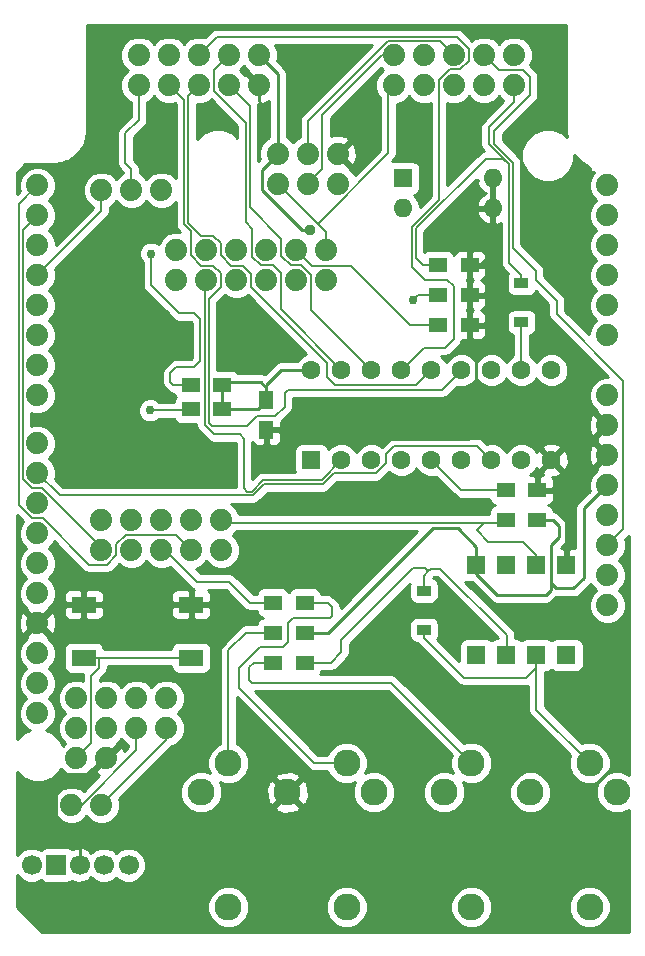
<source format=gtl>
G04 #@! TF.FileFunction,Copper,L1,Top,Signal*
%FSLAX46Y46*%
G04 Gerber Fmt 4.6, Leading zero omitted, Abs format (unit mm)*
G04 Created by KiCad (PCBNEW 4.0.7) date 04/09/18 15:19:32*
%MOMM*%
%LPD*%
G01*
G04 APERTURE LIST*
%ADD10C,0.100000*%
%ADD11R,1.200000X0.900000*%
%ADD12C,1.879600*%
%ADD13R,1.600000X1.600000*%
%ADD14C,1.600000*%
%ADD15C,2.286000*%
%ADD16O,1.600000X1.600000*%
%ADD17R,1.700000X1.700000*%
%ADD18C,1.700000*%
%ADD19R,1.250000X1.500000*%
%ADD20R,1.500000X1.300000*%
%ADD21R,2.100000X1.400000*%
%ADD22C,0.950000*%
%ADD23C,0.762000*%
%ADD24C,0.250000*%
%ADD25C,0.152400*%
%ADD26C,0.254000*%
G04 APERTURE END LIST*
D10*
D11*
X191770000Y-58675000D03*
X191770000Y-61975000D03*
D12*
X166370000Y-78740000D03*
X166370000Y-81280000D03*
X163830000Y-78740000D03*
X163830000Y-81280000D03*
X161290000Y-78740000D03*
X161290000Y-81280000D03*
X158750000Y-78740000D03*
X158750000Y-81280000D03*
X156210000Y-78740000D03*
X156210000Y-81280000D03*
X162560000Y-58420000D03*
X162560000Y-55880000D03*
X165100000Y-58420000D03*
X165100000Y-55880000D03*
X167640000Y-58420000D03*
X167640000Y-55880000D03*
X170180000Y-58420000D03*
X170180000Y-55880000D03*
X172720000Y-58420000D03*
X172720000Y-55880000D03*
X175260000Y-58420000D03*
X175260000Y-55880000D03*
D13*
X173990000Y-73660000D03*
D14*
X176530000Y-73660000D03*
X179070000Y-73660000D03*
X181610000Y-73660000D03*
X184150000Y-73660000D03*
X186690000Y-73660000D03*
X189230000Y-73660000D03*
X189230000Y-66040000D03*
X186690000Y-66040000D03*
X184150000Y-66040000D03*
X181610000Y-66040000D03*
X179070000Y-66040000D03*
X176530000Y-66040000D03*
X173990000Y-66040000D03*
X191770000Y-73660000D03*
X191770000Y-66040000D03*
X194310000Y-73660000D03*
X194310000Y-66040000D03*
D12*
X199050000Y-78330000D03*
X199050000Y-75790000D03*
X171160800Y-47710300D03*
X199050000Y-63090000D03*
X199050000Y-60550000D03*
X199050000Y-58010000D03*
X199050000Y-55470000D03*
X199050000Y-52930000D03*
X199050000Y-50390000D03*
X150790000Y-90014000D03*
X150790000Y-55470000D03*
X150790000Y-58010000D03*
X150790000Y-60550000D03*
X150790000Y-63090000D03*
X150790000Y-65630000D03*
X150790000Y-68170000D03*
X150790000Y-72234000D03*
X150790000Y-74774000D03*
X150790000Y-77314000D03*
X150790000Y-79854000D03*
X150790000Y-82394000D03*
X150790000Y-84934000D03*
X199050000Y-73250000D03*
X199050000Y-70710000D03*
X150790000Y-87474000D03*
X176238260Y-47710300D03*
X199050000Y-83410000D03*
X171160800Y-50250300D03*
X173700800Y-47710300D03*
X199050000Y-85950000D03*
X199050000Y-80870000D03*
X176238260Y-50250300D03*
X150790000Y-50390000D03*
X173700800Y-50250300D03*
X150790000Y-95094000D03*
X150790000Y-92554000D03*
X150790000Y-52930000D03*
X199050000Y-68170000D03*
X154092000Y-93815600D03*
X156632000Y-93815600D03*
X159172000Y-93815600D03*
X161712000Y-93815600D03*
X154092000Y-96355600D03*
X156632000Y-96355600D03*
X159172000Y-96355600D03*
X161712000Y-96355600D03*
X154092000Y-98895600D03*
X156632000Y-98895600D03*
D15*
X199831960Y-101800660D03*
X192532000Y-101800660D03*
X185232040Y-101800660D03*
X197530720Y-99301300D03*
X187533280Y-99301300D03*
X187533280Y-111500920D03*
X197530720Y-111500920D03*
X179257960Y-101800660D03*
X171958000Y-101800660D03*
X164658040Y-101800660D03*
X176956720Y-99301300D03*
X166959280Y-99301300D03*
X166959280Y-111500920D03*
X176956720Y-111500920D03*
D12*
X153670000Y-102870000D03*
X156210000Y-102870000D03*
X156210000Y-50800000D03*
X158750000Y-50800000D03*
X161290000Y-50800000D03*
D13*
X181737000Y-49784000D03*
D16*
X189357000Y-52324000D03*
X181737000Y-52324000D03*
X189357000Y-49784000D03*
D17*
X152400000Y-107950000D03*
D18*
X154400000Y-107950000D03*
X156400000Y-107950000D03*
X150300000Y-107950000D03*
X158500000Y-107950000D03*
D19*
X170180000Y-68600000D03*
X170180000Y-71100000D03*
D11*
X183515000Y-84710000D03*
X183515000Y-88010000D03*
D20*
X170735000Y-90805000D03*
X173435000Y-90805000D03*
X190420000Y-78740000D03*
X193120000Y-78740000D03*
X170735000Y-88265000D03*
X173435000Y-88265000D03*
X173435000Y-85725000D03*
X170735000Y-85725000D03*
X184705000Y-59690000D03*
X187405000Y-59690000D03*
X190420000Y-76200000D03*
X193120000Y-76200000D03*
X184705000Y-62230000D03*
X187405000Y-62230000D03*
X184705000Y-57150000D03*
X187405000Y-57150000D03*
D21*
X163808000Y-85888000D03*
X163808000Y-90388000D03*
X154708000Y-90388000D03*
X154708000Y-85888000D03*
D13*
X187960000Y-90170000D03*
X195580000Y-82550000D03*
X190500000Y-90170000D03*
X193040000Y-82550000D03*
X193040000Y-90170000D03*
X190500000Y-82550000D03*
X195580000Y-90170000D03*
X187960000Y-82550000D03*
D12*
X159385000Y-41910000D03*
X159385000Y-39370000D03*
X161925000Y-41910000D03*
X161925000Y-39370000D03*
X164465000Y-41910000D03*
X164465000Y-39370000D03*
X167005000Y-41910000D03*
X167005000Y-39370000D03*
X169545000Y-41910000D03*
X169545000Y-39370000D03*
X180975000Y-41910000D03*
X180975000Y-39370000D03*
X183515000Y-41910000D03*
X183515000Y-39370000D03*
X186055000Y-41910000D03*
X186055000Y-39370000D03*
X188595000Y-41910000D03*
X188595000Y-39370000D03*
X191135000Y-41910000D03*
X191135000Y-39370000D03*
D20*
X166450000Y-69342000D03*
X163750000Y-69342000D03*
X166450000Y-67310000D03*
X163750000Y-67310000D03*
D22*
X173883200Y-54158500D03*
X161082922Y-72213586D03*
X159348249Y-47498000D03*
X161544000Y-45974000D03*
X178816000Y-69850000D03*
X185420000Y-69850000D03*
X175260000Y-77216000D03*
X169672000Y-63500000D03*
X169418000Y-73406000D03*
X157480000Y-86868000D03*
X160528000Y-86868000D03*
X172466000Y-81534000D03*
X178054000Y-83058000D03*
X189484000Y-43688000D03*
X182626000Y-46482000D03*
X187452000Y-47752000D03*
X155194000Y-47080249D03*
X153924000Y-52832000D03*
X158496000Y-44450000D03*
X165608000Y-44450000D03*
X176363066Y-39398961D03*
X173482000Y-41910000D03*
D23*
X160326859Y-69457780D03*
X160411279Y-56178180D03*
X182614600Y-60083800D03*
D24*
X166450000Y-67310000D02*
X166450000Y-69342000D01*
X166450000Y-69342000D02*
X169438000Y-69342000D01*
X169438000Y-69342000D02*
X170180000Y-68600000D01*
X169689662Y-67056000D02*
X169418000Y-67056000D01*
X169418000Y-67056000D02*
X169164000Y-67056000D01*
X169164000Y-67056000D02*
X166704000Y-67056000D01*
X170162819Y-67529157D02*
X169689662Y-67056000D01*
X170434000Y-67056000D02*
X171450000Y-66040000D01*
X170180000Y-67310000D02*
X170434000Y-67056000D01*
X187960000Y-82550000D02*
X187960000Y-81038636D01*
X187960000Y-81038636D02*
X186354879Y-79433515D01*
X186354879Y-79433515D02*
X184257295Y-79433515D01*
X184257295Y-79433515D02*
X175399959Y-88290851D01*
X175399959Y-88290851D02*
X173460851Y-88290851D01*
X173460851Y-88290851D02*
X173435000Y-88265000D01*
X187960000Y-82550000D02*
X187960000Y-83337082D01*
X187960000Y-83337082D02*
X189688262Y-85065344D01*
X189688262Y-85065344D02*
X193835691Y-85065344D01*
X193835691Y-85065344D02*
X194235600Y-84665435D01*
X194235600Y-84665435D02*
X194235600Y-83774400D01*
X194235600Y-83774400D02*
X194235600Y-84096482D01*
X194235600Y-84096482D02*
X194667632Y-84528514D01*
X194667632Y-84528514D02*
X196165918Y-84528514D01*
X196165918Y-84528514D02*
X197086600Y-83607832D01*
X197086600Y-83607832D02*
X197086600Y-77753400D01*
X197086600Y-77753400D02*
X199050000Y-75790000D01*
X193120000Y-78740000D02*
X194430413Y-78740000D01*
X194430413Y-78740000D02*
X194924821Y-79234408D01*
X194924821Y-79234408D02*
X194924821Y-80191679D01*
X194924821Y-80191679D02*
X194235600Y-80880900D01*
X194235600Y-80880900D02*
X194235600Y-83774400D01*
X171450000Y-66040000D02*
X173990000Y-66040000D01*
X170180000Y-68600000D02*
X170180000Y-67310000D01*
X171160800Y-40985800D02*
X171160800Y-47710300D01*
X169545000Y-39370000D02*
X171160800Y-40985800D01*
X169800700Y-49070400D02*
X171160800Y-47710300D01*
X169800700Y-50774000D02*
X169800700Y-49070400D01*
X173185200Y-54158500D02*
X169800700Y-50774000D01*
X173883200Y-54158500D02*
X173185200Y-54158500D01*
D25*
X173700800Y-44918700D02*
X173700800Y-47710300D01*
X180462700Y-38156800D02*
X173700800Y-44918700D01*
X184841800Y-38156800D02*
X180462700Y-38156800D01*
X186055000Y-39370000D02*
X184841800Y-38156800D01*
X180501300Y-47672100D02*
X174542000Y-53631400D01*
X180501300Y-42383700D02*
X180501300Y-47672100D01*
X180975000Y-41910000D02*
X180501300Y-42383700D01*
X175260000Y-54349500D02*
X174542000Y-53631400D01*
X175260000Y-55880000D02*
X175260000Y-54349500D01*
X174542000Y-53631400D02*
X171160800Y-50250300D01*
X173700800Y-50250300D02*
X174916600Y-49034500D01*
X174916600Y-49034500D02*
X174916600Y-44408252D01*
X174916600Y-44408252D02*
X179954852Y-39370000D01*
X179954852Y-39370000D02*
X180975000Y-39370000D01*
D24*
X199050000Y-70710000D02*
X197964877Y-71795123D01*
X197964877Y-72164877D02*
X198825000Y-73025000D01*
X197964877Y-71795123D02*
X197964877Y-72164877D01*
X194310000Y-73660000D02*
X193020000Y-72370000D01*
X193020000Y-72370000D02*
X193020000Y-71100000D01*
X193020000Y-71100000D02*
X187960000Y-71100000D01*
X194310000Y-73660000D02*
X195629530Y-72340470D01*
X198140470Y-72340470D02*
X198825000Y-73025000D01*
X195629530Y-72340470D02*
X198140470Y-72340470D01*
X194310000Y-73025000D02*
X194425570Y-73025000D01*
X154708000Y-85888000D02*
X152371620Y-85888000D01*
X152371620Y-85888000D02*
X150787860Y-87471760D01*
X150787860Y-87471760D02*
X150790000Y-87474000D01*
X171958000Y-101800660D02*
X173352460Y-103195120D01*
X173352460Y-103195120D02*
X177363120Y-103195120D01*
X177363120Y-103195120D02*
X180086000Y-105918000D01*
X180086000Y-105918000D02*
X193294000Y-105918000D01*
X193294000Y-105918000D02*
X199644000Y-99568000D01*
X199644000Y-99568000D02*
X199644000Y-92456000D01*
X161544000Y-45974000D02*
X160872249Y-45974000D01*
X160872249Y-45974000D02*
X159348249Y-47498000D01*
X178816000Y-71856000D02*
X185420000Y-71856000D01*
X172744974Y-71856000D02*
X178816000Y-71856000D01*
X178816000Y-71856000D02*
X178816000Y-69850000D01*
X185420000Y-71856000D02*
X187204000Y-71856000D01*
X185420000Y-71856000D02*
X185420000Y-69850000D01*
X169672000Y-63500000D02*
X169672000Y-62738000D01*
X170180000Y-72914984D02*
X169909016Y-72914984D01*
X169909016Y-72914984D02*
X169418000Y-73406000D01*
X157480000Y-85888000D02*
X154708000Y-85888000D01*
X160528000Y-85888000D02*
X157480000Y-85888000D01*
X157480000Y-85888000D02*
X157480000Y-86868000D01*
X163808000Y-85888000D02*
X160528000Y-85888000D01*
X160528000Y-85888000D02*
X160528000Y-86868000D01*
X175858249Y-81534000D02*
X172466000Y-81534000D01*
X178054000Y-83058000D02*
X177382249Y-83058000D01*
X177382249Y-83058000D02*
X175858249Y-81534000D01*
X187452000Y-47752000D02*
X187452000Y-45720000D01*
X187452000Y-45720000D02*
X189484000Y-43688000D01*
X157824249Y-44450000D02*
X155538249Y-46736000D01*
X155194000Y-47080249D02*
X153162000Y-49112249D01*
X155538249Y-46736000D02*
X155194000Y-47080249D01*
X153162000Y-49112249D02*
X153162000Y-52070000D01*
X153162000Y-52070000D02*
X153924000Y-52832000D01*
X158496000Y-44450000D02*
X157824249Y-44450000D01*
X169672000Y-43366077D02*
X169672000Y-45466000D01*
X169545000Y-41910000D02*
X169545000Y-43239077D01*
X169545000Y-43239077D02*
X169672000Y-43366077D01*
X173482000Y-41910000D02*
X175993039Y-39398961D01*
X175993039Y-39398961D02*
X176363066Y-39398961D01*
X187405000Y-57150000D02*
X188230873Y-57150000D01*
X188230873Y-57150000D02*
X190067385Y-55313488D01*
X190067385Y-55313488D02*
X190067385Y-54883085D01*
X190067385Y-54883085D02*
X189357000Y-54172700D01*
X189357000Y-54172700D02*
X189357000Y-53499300D01*
X189357000Y-53499300D02*
X189357000Y-52324000D01*
X187405000Y-59690000D02*
X188939100Y-59690000D01*
X188939100Y-59690000D02*
X190206594Y-58422506D01*
X190206594Y-58422506D02*
X188934089Y-57150000D01*
X188934089Y-57150000D02*
X187405000Y-57150000D01*
X187405000Y-62230000D02*
X189292390Y-62230000D01*
X189292390Y-62230000D02*
X189868549Y-62806160D01*
X189868549Y-62806160D02*
X187960000Y-64714709D01*
X187960000Y-64714709D02*
X187960000Y-71100000D01*
X187405000Y-62230000D02*
X188665205Y-62230000D01*
X188665205Y-62230000D02*
X189881045Y-61014159D01*
X189881045Y-61014159D02*
X188556886Y-59690000D01*
X188556886Y-59690000D02*
X187405000Y-59690000D01*
X170180000Y-71100000D02*
X170180000Y-72914984D01*
X170180000Y-72914984D02*
X170932995Y-73667979D01*
X170932995Y-73667979D02*
X172744974Y-71856000D01*
X187204000Y-71856000D02*
X187960000Y-71100000D01*
X194310000Y-73660000D02*
X196038400Y-75388400D01*
X196038400Y-75388400D02*
X196038400Y-75870504D01*
X196038400Y-75870504D02*
X196043415Y-75870504D01*
X196043415Y-75870504D02*
X195713919Y-76200000D01*
X195713919Y-76200000D02*
X193120000Y-76200000D01*
X195580000Y-82550000D02*
X195580000Y-76857177D01*
X195580000Y-76857177D02*
X194922823Y-76200000D01*
X194922823Y-76200000D02*
X193120000Y-76200000D01*
X189357000Y-49784000D02*
X189357000Y-52324000D01*
X198825000Y-73025000D02*
X199050000Y-73250000D01*
X155303800Y-100223800D02*
X156632000Y-98895600D01*
X152504600Y-100223800D02*
X155303800Y-100223800D01*
X152330400Y-100398000D02*
X152504600Y-100223800D01*
X152330400Y-104159900D02*
X152330400Y-100398000D01*
X154400000Y-106229500D02*
X152330400Y-104159900D01*
X154400000Y-107950000D02*
X154400000Y-106229500D01*
X194310000Y-73025000D02*
X194310000Y-73660000D01*
D25*
X199050000Y-80870000D02*
X200398600Y-79521400D01*
X200398600Y-79521400D02*
X200398600Y-66929000D01*
X189454005Y-45752627D02*
X192496140Y-42710492D01*
X200398600Y-66929000D02*
X194757501Y-61287901D01*
X193003859Y-58406697D02*
X193003859Y-57612857D01*
X194757501Y-61287901D02*
X194757501Y-60160339D01*
X192496140Y-42710492D02*
X192496140Y-41258948D01*
X194757501Y-60160339D02*
X193003859Y-58406697D01*
X189865000Y-40640000D02*
X188595000Y-39370000D01*
X193003859Y-57612857D02*
X191054710Y-55663708D01*
X191054710Y-55663708D02*
X191054710Y-48477083D01*
X191054710Y-48477083D02*
X189454005Y-46876379D01*
X189454005Y-46876379D02*
X189454005Y-45752627D01*
X192496140Y-41258948D02*
X191877192Y-40640000D01*
X191877192Y-40640000D02*
X189865000Y-40640000D01*
X150790000Y-50390000D02*
X149188400Y-51991600D01*
X155186200Y-82513700D02*
X156663300Y-82513700D01*
X156663300Y-82513700D02*
X157474920Y-81702080D01*
X149188400Y-51991600D02*
X149188400Y-77456100D01*
X149188400Y-77456100D02*
X150316300Y-78584000D01*
X150316300Y-78584000D02*
X151256500Y-78584000D01*
X151256500Y-78584000D02*
X155186200Y-82513700D01*
X157474920Y-81702080D02*
X157474920Y-80797380D01*
X157474920Y-80797380D02*
X158262300Y-80010000D01*
X158262300Y-80010000D02*
X162560000Y-80010000D01*
X162560000Y-80010000D02*
X163830000Y-81280000D01*
X149549400Y-54170600D02*
X150790000Y-52930000D01*
X149549400Y-75288200D02*
X149549400Y-54170600D01*
X150305200Y-76044000D02*
X149549400Y-75288200D01*
X151213900Y-76044000D02*
X150305200Y-76044000D01*
X156210000Y-81040100D02*
X151213900Y-76044000D01*
X156210000Y-81280000D02*
X156210000Y-81040100D01*
X193040000Y-82550000D02*
X193040000Y-81671317D01*
X193040000Y-81671317D02*
X191939410Y-80570727D01*
X191939410Y-80570727D02*
X188961275Y-80570727D01*
X188961275Y-80570727D02*
X187971565Y-79581017D01*
X187971565Y-79581017D02*
X188587281Y-78965300D01*
X188587281Y-78965300D02*
X190420000Y-78965300D01*
X190420000Y-78740000D02*
X190420000Y-78965300D01*
X166595300Y-78965300D02*
X166370000Y-78740000D01*
X190420000Y-78965300D02*
X166595300Y-78965300D01*
X170735000Y-85725000D02*
X168786578Y-85725000D01*
X168786578Y-85725000D02*
X167028623Y-83967045D01*
X167028623Y-83967045D02*
X164299636Y-83967045D01*
X164299636Y-83967045D02*
X161612591Y-81280000D01*
X161612591Y-81280000D02*
X161290000Y-81280000D01*
X159385000Y-41910000D02*
X159385000Y-44831000D01*
X158750000Y-49022000D02*
X158750000Y-50800000D01*
X158242000Y-48514000D02*
X158750000Y-49022000D01*
X158242000Y-45974000D02*
X158242000Y-48514000D01*
X159385000Y-44831000D02*
X158242000Y-45974000D01*
X159385000Y-41910000D02*
X159390229Y-41915229D01*
X166291001Y-57848319D02*
X166291001Y-58991681D01*
X163216909Y-53700438D02*
X163756309Y-54239838D01*
X166291001Y-58991681D02*
X165277800Y-60004882D01*
X163756309Y-54239838D02*
X163756309Y-56316809D01*
X168517876Y-70799962D02*
X169367985Y-69949853D01*
X169367985Y-69949853D02*
X170892026Y-69949853D01*
X161925000Y-41910000D02*
X163216909Y-43201909D01*
X165277800Y-70526910D02*
X165550852Y-70799962D01*
X185034265Y-67695735D02*
X185890001Y-66839999D01*
X163216909Y-43201909D02*
X163216909Y-53700438D01*
X163756309Y-56316809D02*
X164626400Y-57186900D01*
X164626400Y-57186900D02*
X165626700Y-57186900D01*
X165626700Y-57186900D02*
X165584601Y-57228999D01*
X165584601Y-57228999D02*
X165671681Y-57228999D01*
X165671681Y-57228999D02*
X166291001Y-57848319D01*
X165277800Y-60004882D02*
X165277800Y-70526910D01*
X165550852Y-70799962D02*
X168517876Y-70799962D01*
X172021580Y-67695735D02*
X185034265Y-67695735D01*
X171720953Y-67996362D02*
X172021580Y-67695735D01*
X171720953Y-69120926D02*
X171720953Y-67996362D01*
X170892026Y-69949853D02*
X171720953Y-69120926D01*
X185890001Y-66839999D02*
X186690000Y-66040000D01*
X175971277Y-67322145D02*
X182867855Y-67322145D01*
X175281821Y-66632689D02*
X175971277Y-67322145D01*
X175281821Y-65406621D02*
X175281821Y-66632689D01*
X168910000Y-57930200D02*
X168910000Y-59034800D01*
X168166700Y-57186900D02*
X168910000Y-57930200D01*
X166291001Y-56311501D02*
X167166400Y-57186900D01*
X168910000Y-59034800D02*
X175281821Y-65406621D01*
X166291001Y-55308319D02*
X166291001Y-56311501D01*
X164668499Y-54688999D02*
X165671681Y-54688999D01*
X165671681Y-54688999D02*
X166291001Y-55308319D01*
X163544320Y-53564820D02*
X164668499Y-54688999D01*
X163544320Y-42830680D02*
X163544320Y-53564820D01*
X182867855Y-67322145D02*
X184150000Y-66040000D01*
X164465000Y-41910000D02*
X163544320Y-42830680D01*
X167166400Y-57186900D02*
X168166700Y-57186900D01*
X183514802Y-64135198D02*
X182409999Y-65240001D01*
X182409999Y-65240001D02*
X181610000Y-66040000D01*
X186029600Y-58958480D02*
X186029600Y-63414539D01*
X186029600Y-63414539D02*
X185308941Y-64135198D01*
X185308941Y-64135198D02*
X183514802Y-64135198D01*
X187325000Y-38865300D02*
X187325000Y-39828600D01*
X187325000Y-39828600D02*
X186592200Y-40561400D01*
X186592200Y-40561400D02*
X185708100Y-40561400D01*
X185708100Y-40561400D02*
X184785000Y-41484500D01*
X185480960Y-58409840D02*
X186029600Y-58958480D01*
X184785000Y-41484500D02*
X184785000Y-51613131D01*
X184785000Y-51613131D02*
X182488700Y-53909430D01*
X182488700Y-53909430D02*
X182488700Y-57327660D01*
X182488700Y-57327660D02*
X183570880Y-58409840D01*
X166006000Y-37829000D02*
X186288700Y-37829000D01*
X186288700Y-37829000D02*
X187325000Y-38865300D01*
X164465000Y-39370000D02*
X166006000Y-37829000D01*
X183570880Y-58409840D02*
X185480960Y-58409840D01*
X167944799Y-42849799D02*
X167005000Y-41910000D01*
X168761966Y-43666966D02*
X167944799Y-42849799D01*
X168761966Y-52223866D02*
X168761966Y-43666966D01*
X171450100Y-54912000D02*
X168761966Y-52223866D01*
X171450100Y-56359700D02*
X171450100Y-54912000D01*
X172240400Y-57150000D02*
X171450100Y-56359700D01*
X173138500Y-57150000D02*
X172240400Y-57150000D01*
X173990100Y-58001600D02*
X173138500Y-57150000D01*
X173990100Y-60960100D02*
X173990100Y-58001600D01*
X179070000Y-66040000D02*
X173990100Y-60960100D01*
X165768200Y-40606800D02*
X167005000Y-39370000D01*
X168434555Y-45074855D02*
X165768200Y-42408500D01*
X169691000Y-57171500D02*
X168988700Y-56469200D01*
X171371400Y-57847900D02*
X170695000Y-57171500D01*
X165768200Y-42408500D02*
X165768200Y-40606800D01*
X170695000Y-57171500D02*
X169691000Y-57171500D01*
X168988700Y-56469200D02*
X168988700Y-54064900D01*
X168988700Y-54064900D02*
X168434555Y-53510755D01*
X168434555Y-53510755D02*
X168434555Y-45074855D01*
X171371400Y-60881400D02*
X171371400Y-57847900D01*
X176530000Y-66040000D02*
X171371400Y-60881400D01*
X193040000Y-91222700D02*
X192191846Y-92070854D01*
X192191846Y-92070854D02*
X186874354Y-92070854D01*
X186874354Y-92070854D02*
X183515000Y-88711500D01*
X183515000Y-88711500D02*
X183515000Y-88010000D01*
X193040000Y-90170000D02*
X193040000Y-91222700D01*
X193040000Y-94810600D02*
X197530700Y-99301300D01*
X193040000Y-91222700D02*
X193040000Y-94810600D01*
X156210000Y-52590000D02*
X150790000Y-58010000D01*
X156210000Y-50800000D02*
X156210000Y-52590000D01*
X150790000Y-74774000D02*
X152661050Y-76645050D01*
X152661050Y-76645050D02*
X169057061Y-76645050D01*
X174939229Y-75713799D02*
X175879028Y-74774000D01*
X169057061Y-76645050D02*
X169988312Y-75713799D01*
X169988312Y-75713799D02*
X174939229Y-75713799D01*
X175879028Y-74774000D02*
X179444800Y-74774000D01*
X179444800Y-74774000D02*
X180340100Y-73878700D01*
X180340100Y-73878700D02*
X180340100Y-73137633D01*
X180340100Y-73137633D02*
X181016577Y-72461156D01*
X181016577Y-72461156D02*
X188031156Y-72461156D01*
X188031156Y-72461156D02*
X188430001Y-72860001D01*
X188430001Y-72860001D02*
X189230000Y-73660000D01*
X160326859Y-69457780D02*
X163634220Y-69457780D01*
X163634220Y-69457780D02*
X163750000Y-69342000D01*
X162783064Y-61205708D02*
X162306000Y-60728644D01*
X163750000Y-67310000D02*
X162306000Y-67310000D01*
X162306000Y-67310000D02*
X162052000Y-67056000D01*
X162052000Y-67056000D02*
X162052000Y-66294000D01*
X160446363Y-58846363D02*
X160446363Y-58869007D01*
X162052000Y-66294000D02*
X162560000Y-65786000D01*
X162560000Y-65786000D02*
X164084000Y-65786000D01*
X164084000Y-65786000D02*
X164592000Y-65278000D01*
X164592000Y-65278000D02*
X164592000Y-61722000D01*
X164084000Y-61214000D02*
X162814000Y-61214000D01*
X164592000Y-61722000D02*
X164084000Y-61214000D01*
X162306000Y-60728644D02*
X160411279Y-58833923D01*
X160411279Y-58833923D02*
X160411279Y-56716995D01*
X160411279Y-56716995D02*
X160411279Y-56178180D01*
X163101600Y-67056000D02*
X164004000Y-67056000D01*
X164950389Y-58569611D02*
X165100000Y-58420000D01*
X168283334Y-71851457D02*
X167896292Y-71464415D01*
X165752276Y-71464415D02*
X164950389Y-70662528D01*
X167896292Y-71464415D02*
X165752276Y-71464415D01*
X168547647Y-76317639D02*
X168283334Y-76053326D01*
X164950389Y-70662528D02*
X164950389Y-58569611D01*
X176530000Y-73660000D02*
X174842922Y-75347078D01*
X168283334Y-76053326D02*
X168283334Y-71851457D01*
X174842922Y-75347078D02*
X169892004Y-75347078D01*
X168921443Y-76317639D02*
X168547647Y-76317639D01*
X169892004Y-75347078D02*
X168921443Y-76317639D01*
X186690000Y-76200000D02*
X184150000Y-73660000D01*
X190420000Y-76200000D02*
X186690000Y-76200000D01*
X183008400Y-59690000D02*
X182614600Y-60083800D01*
X184705000Y-59690000D02*
X183008400Y-59690000D01*
X155362000Y-97625600D02*
X154092000Y-98895600D01*
X155362000Y-91906000D02*
X155362000Y-97625600D01*
X156009500Y-91258500D02*
X155362000Y-91906000D01*
X156009500Y-90388000D02*
X156009500Y-91258500D01*
X154708000Y-90388000D02*
X156009500Y-90388000D01*
X163808000Y-90388000D02*
X156009500Y-90388000D01*
X159172000Y-98217400D02*
X159172000Y-96355600D01*
X154519400Y-102870000D02*
X159172000Y-98217400D01*
X153670000Y-102870000D02*
X154519400Y-102870000D01*
X161712000Y-97368000D02*
X161712000Y-96355600D01*
X156210000Y-102870000D02*
X161712000Y-97368000D01*
X183896000Y-83058000D02*
X183642000Y-82804000D01*
X175641000Y-90805000D02*
X173435000Y-90805000D01*
X176530000Y-89916000D02*
X175641000Y-90805000D01*
X176530000Y-88900000D02*
X176530000Y-89916000D01*
X182626000Y-82804000D02*
X176530000Y-88900000D01*
X183134000Y-82804000D02*
X182626000Y-82804000D01*
X183642000Y-82804000D02*
X183134000Y-82804000D01*
X173435000Y-90798033D02*
X173435000Y-90805000D01*
X184113404Y-82840596D02*
X183896000Y-83058000D01*
X183896000Y-83058000D02*
X183515000Y-83439000D01*
X183515000Y-83439000D02*
X183515000Y-84710000D01*
X184884222Y-82840596D02*
X184113404Y-82840596D01*
X190500000Y-90170000D02*
X190523820Y-90146180D01*
X190523820Y-90146180D02*
X190523820Y-88480194D01*
X190523820Y-88480194D02*
X184884222Y-82840596D01*
X170735000Y-90805000D02*
X169086864Y-90805000D01*
X169086864Y-90805000D02*
X168708357Y-91183507D01*
X168708357Y-91183507D02*
X168708357Y-92314775D01*
X168708357Y-92314775D02*
X168910973Y-92517391D01*
X168910973Y-92517391D02*
X180749391Y-92517391D01*
X180749391Y-92517391D02*
X187533300Y-99301300D01*
X173435000Y-85725000D02*
X175347630Y-85725000D01*
X172021005Y-87481905D02*
X172021005Y-89050331D01*
X175347630Y-85725000D02*
X175740060Y-86117430D01*
X175740060Y-86117430D02*
X175740060Y-86841330D01*
X175740060Y-86841330D02*
X175526700Y-87054690D01*
X175526700Y-87054690D02*
X172448220Y-87054690D01*
X172448220Y-87054690D02*
X172021005Y-87481905D01*
X172021005Y-89050331D02*
X171555125Y-89516211D01*
X171555125Y-89516211D02*
X169615845Y-89516211D01*
X169615845Y-89516211D02*
X167872244Y-91259812D01*
X167872244Y-91259812D02*
X167872244Y-92932473D01*
X167872244Y-92932473D02*
X174241071Y-99301300D01*
X174241071Y-99301300D02*
X176956700Y-99301300D01*
X170735000Y-88265000D02*
X168470293Y-88265000D01*
X168470293Y-88265000D02*
X166959300Y-89775993D01*
X166959300Y-89775993D02*
X166959300Y-99301300D01*
X191770000Y-61975000D02*
X191770000Y-66040000D01*
X174068600Y-57228600D02*
X172720000Y-55880000D01*
X177354800Y-57228600D02*
X174068600Y-57228600D01*
X182356200Y-62230000D02*
X177354800Y-57228600D01*
X184705000Y-62230000D02*
X182356200Y-62230000D01*
X191135000Y-41910000D02*
X191135000Y-43342969D01*
X191135000Y-43342969D02*
X188980294Y-45497675D01*
X188980294Y-46865694D02*
X190727300Y-48612700D01*
X188980294Y-45497675D02*
X188980294Y-46865694D01*
X190727300Y-48612700D02*
X190243838Y-48129238D01*
X190243838Y-48129238D02*
X188731921Y-48129238D01*
X188731921Y-48129238D02*
X182816111Y-54045048D01*
X182816111Y-54045048D02*
X182816111Y-56568041D01*
X182816111Y-56568041D02*
X183398070Y-57150000D01*
X183398070Y-57150000D02*
X184705000Y-57150000D01*
X191770000Y-58675000D02*
X191770000Y-57973500D01*
X190727300Y-56930800D02*
X191770000Y-57973500D01*
X190727300Y-48612700D02*
X190727300Y-56930800D01*
D26*
G36*
X149571612Y-78845101D02*
X149455728Y-78960783D01*
X149215474Y-79539379D01*
X149214927Y-80165873D01*
X149454171Y-80744887D01*
X149832896Y-81124273D01*
X149455728Y-81500783D01*
X149215474Y-82079379D01*
X149214927Y-82705873D01*
X149454171Y-83284887D01*
X149832896Y-83664273D01*
X149455728Y-84040783D01*
X149215474Y-84619379D01*
X149214927Y-85245873D01*
X149454171Y-85824887D01*
X149895115Y-86266601D01*
X149860637Y-86365032D01*
X150790000Y-87294395D01*
X151719363Y-86365032D01*
X151684687Y-86266036D01*
X151777134Y-86173750D01*
X153023000Y-86173750D01*
X153023000Y-86714309D01*
X153119673Y-86947698D01*
X153298301Y-87126327D01*
X153531690Y-87223000D01*
X154422250Y-87223000D01*
X154581000Y-87064250D01*
X154581000Y-86015000D01*
X154835000Y-86015000D01*
X154835000Y-87064250D01*
X154993750Y-87223000D01*
X155884310Y-87223000D01*
X156117699Y-87126327D01*
X156296327Y-86947698D01*
X156393000Y-86714309D01*
X156393000Y-86173750D01*
X162123000Y-86173750D01*
X162123000Y-86714309D01*
X162219673Y-86947698D01*
X162398301Y-87126327D01*
X162631690Y-87223000D01*
X163522250Y-87223000D01*
X163681000Y-87064250D01*
X163681000Y-86015000D01*
X163935000Y-86015000D01*
X163935000Y-87064250D01*
X164093750Y-87223000D01*
X164984310Y-87223000D01*
X165217699Y-87126327D01*
X165396327Y-86947698D01*
X165493000Y-86714309D01*
X165493000Y-86173750D01*
X165334250Y-86015000D01*
X163935000Y-86015000D01*
X163681000Y-86015000D01*
X162281750Y-86015000D01*
X162123000Y-86173750D01*
X156393000Y-86173750D01*
X156234250Y-86015000D01*
X154835000Y-86015000D01*
X154581000Y-86015000D01*
X153181750Y-86015000D01*
X153023000Y-86173750D01*
X151777134Y-86173750D01*
X152124272Y-85827217D01*
X152364526Y-85248621D01*
X152364689Y-85061691D01*
X153023000Y-85061691D01*
X153023000Y-85602250D01*
X153181750Y-85761000D01*
X154581000Y-85761000D01*
X154581000Y-84711750D01*
X154835000Y-84711750D01*
X154835000Y-85761000D01*
X156234250Y-85761000D01*
X156393000Y-85602250D01*
X156393000Y-85061691D01*
X162123000Y-85061691D01*
X162123000Y-85602250D01*
X162281750Y-85761000D01*
X163681000Y-85761000D01*
X163681000Y-84711750D01*
X163522250Y-84553000D01*
X162631690Y-84553000D01*
X162398301Y-84649673D01*
X162219673Y-84828302D01*
X162123000Y-85061691D01*
X156393000Y-85061691D01*
X156296327Y-84828302D01*
X156117699Y-84649673D01*
X155884310Y-84553000D01*
X154993750Y-84553000D01*
X154835000Y-84711750D01*
X154581000Y-84711750D01*
X154422250Y-84553000D01*
X153531690Y-84553000D01*
X153298301Y-84649673D01*
X153119673Y-84828302D01*
X153023000Y-85061691D01*
X152364689Y-85061691D01*
X152365073Y-84622127D01*
X152125829Y-84043113D01*
X151747104Y-83663727D01*
X152124272Y-83287217D01*
X152364526Y-82708621D01*
X152365073Y-82082127D01*
X152125829Y-81503113D01*
X151747104Y-81123727D01*
X152124272Y-80747217D01*
X152209259Y-80542547D01*
X154683306Y-83016594D01*
X154914035Y-83170763D01*
X154959190Y-83179745D01*
X155186200Y-83224900D01*
X156663300Y-83224900D01*
X156935465Y-83170763D01*
X157166194Y-83016594D01*
X157712775Y-82470013D01*
X157856783Y-82614272D01*
X158435379Y-82854526D01*
X159061873Y-82855073D01*
X159640887Y-82615829D01*
X160020273Y-82237104D01*
X160396783Y-82614272D01*
X160975379Y-82854526D01*
X161601873Y-82855073D01*
X162012293Y-82685491D01*
X163796741Y-84469939D01*
X163921051Y-84553000D01*
X164024577Y-84622173D01*
X163935000Y-84711750D01*
X163935000Y-85761000D01*
X165334250Y-85761000D01*
X165493000Y-85602250D01*
X165493000Y-85061691D01*
X165396327Y-84828302D01*
X165246271Y-84678245D01*
X166734035Y-84678245D01*
X168283684Y-86227894D01*
X168514413Y-86382063D01*
X168786578Y-86436200D01*
X169349076Y-86436200D01*
X169381838Y-86610317D01*
X169520910Y-86826441D01*
X169733110Y-86971431D01*
X169844523Y-86993993D01*
X169749683Y-87011838D01*
X169533559Y-87150910D01*
X169388569Y-87363110D01*
X169349953Y-87553800D01*
X168470293Y-87553800D01*
X168198128Y-87607937D01*
X167967399Y-87762106D01*
X166456406Y-89273099D01*
X166302237Y-89503828D01*
X166262793Y-89702127D01*
X166248100Y-89775993D01*
X166248100Y-97671355D01*
X165953440Y-97793106D01*
X165452844Y-98292829D01*
X165181589Y-98946082D01*
X165180972Y-99653414D01*
X165400028Y-100183570D01*
X165013258Y-100022969D01*
X164305926Y-100022352D01*
X163652200Y-100292466D01*
X163151604Y-100792189D01*
X162880349Y-101445442D01*
X162879732Y-102152774D01*
X163149846Y-102806500D01*
X163649569Y-103307096D01*
X164302822Y-103578351D01*
X165010154Y-103578968D01*
X165663880Y-103308854D01*
X165916551Y-103056623D01*
X170881642Y-103056623D01*
X170997806Y-103338318D01*
X171659333Y-103588722D01*
X172366329Y-103566909D01*
X172918194Y-103338318D01*
X173034358Y-103056623D01*
X171958000Y-101980265D01*
X170881642Y-103056623D01*
X165916551Y-103056623D01*
X166164476Y-102809131D01*
X166435731Y-102155878D01*
X166436301Y-101501993D01*
X170169938Y-101501993D01*
X170191751Y-102208989D01*
X170420342Y-102760854D01*
X170702037Y-102877018D01*
X171778395Y-101800660D01*
X172137605Y-101800660D01*
X173213963Y-102877018D01*
X173495658Y-102760854D01*
X173746062Y-102099327D01*
X173724249Y-101392331D01*
X173495658Y-100840466D01*
X173213963Y-100724302D01*
X172137605Y-101800660D01*
X171778395Y-101800660D01*
X170702037Y-100724302D01*
X170420342Y-100840466D01*
X170169938Y-101501993D01*
X166436301Y-101501993D01*
X166436348Y-101448546D01*
X166217292Y-100918390D01*
X166604062Y-101078991D01*
X167311394Y-101079608D01*
X167965120Y-100809494D01*
X168230379Y-100544697D01*
X170881642Y-100544697D01*
X171958000Y-101621055D01*
X173034358Y-100544697D01*
X172918194Y-100263002D01*
X172256667Y-100012598D01*
X171549671Y-100034411D01*
X170997806Y-100263002D01*
X170881642Y-100544697D01*
X168230379Y-100544697D01*
X168465716Y-100309771D01*
X168736971Y-99656518D01*
X168737588Y-98949186D01*
X168467474Y-98295460D01*
X167967751Y-97794864D01*
X167670500Y-97671434D01*
X167670500Y-93736517D01*
X173738177Y-99804195D01*
X173913407Y-99921279D01*
X173968907Y-99958363D01*
X174241071Y-100012500D01*
X175326783Y-100012500D01*
X175448526Y-100307140D01*
X175948249Y-100807736D01*
X176601502Y-101078991D01*
X177308834Y-101079608D01*
X177699143Y-100918336D01*
X177480269Y-101445442D01*
X177479652Y-102152774D01*
X177749766Y-102806500D01*
X178249489Y-103307096D01*
X178902742Y-103578351D01*
X179610074Y-103578968D01*
X180263800Y-103308854D01*
X180764396Y-102809131D01*
X181035651Y-102155878D01*
X181036268Y-101448546D01*
X180766154Y-100794820D01*
X180266431Y-100294224D01*
X179613178Y-100022969D01*
X178905846Y-100022352D01*
X178515537Y-100183624D01*
X178734411Y-99656518D01*
X178735028Y-98949186D01*
X178464914Y-98295460D01*
X177965191Y-97794864D01*
X177311938Y-97523609D01*
X176604606Y-97522992D01*
X175950880Y-97793106D01*
X175450284Y-98292829D01*
X175326846Y-98590100D01*
X174535660Y-98590100D01*
X169174150Y-93228591D01*
X180454803Y-93228591D01*
X185877852Y-98651640D01*
X185755589Y-98946082D01*
X185754972Y-99653414D01*
X185974028Y-100183570D01*
X185587258Y-100022969D01*
X184879926Y-100022352D01*
X184226200Y-100292466D01*
X183725604Y-100792189D01*
X183454349Y-101445442D01*
X183453732Y-102152774D01*
X183723846Y-102806500D01*
X184223569Y-103307096D01*
X184876822Y-103578351D01*
X185584154Y-103578968D01*
X186237880Y-103308854D01*
X186738476Y-102809131D01*
X187009731Y-102155878D01*
X187009733Y-102152774D01*
X190753692Y-102152774D01*
X191023806Y-102806500D01*
X191523529Y-103307096D01*
X192176782Y-103578351D01*
X192884114Y-103578968D01*
X193537840Y-103308854D01*
X194038436Y-102809131D01*
X194309691Y-102155878D01*
X194310308Y-101448546D01*
X194040194Y-100794820D01*
X193540471Y-100294224D01*
X192887218Y-100022969D01*
X192179886Y-100022352D01*
X191526160Y-100292466D01*
X191025564Y-100792189D01*
X190754309Y-101445442D01*
X190753692Y-102152774D01*
X187009733Y-102152774D01*
X187010348Y-101448546D01*
X186791292Y-100918390D01*
X187178062Y-101078991D01*
X187885394Y-101079608D01*
X188539120Y-100809494D01*
X189039716Y-100309771D01*
X189310971Y-99656518D01*
X189311588Y-98949186D01*
X189041474Y-98295460D01*
X188541751Y-97794864D01*
X187888498Y-97523609D01*
X187181166Y-97522992D01*
X186883693Y-97645905D01*
X181252285Y-92014497D01*
X181021556Y-91860328D01*
X180749391Y-91806191D01*
X174713582Y-91806191D01*
X174781431Y-91706890D01*
X174820047Y-91516200D01*
X175641000Y-91516200D01*
X175913165Y-91462063D01*
X176143894Y-91307894D01*
X177032894Y-90418894D01*
X177187063Y-90188165D01*
X177241200Y-89916000D01*
X177241200Y-89194588D01*
X182290863Y-84144925D01*
X182267560Y-84260000D01*
X182267560Y-85160000D01*
X182311838Y-85395317D01*
X182450910Y-85611441D01*
X182663110Y-85756431D01*
X182915000Y-85807440D01*
X184115000Y-85807440D01*
X184350317Y-85763162D01*
X184566441Y-85624090D01*
X184711431Y-85411890D01*
X184762440Y-85160000D01*
X184762440Y-84260000D01*
X184718162Y-84024683D01*
X184579090Y-83808559D01*
X184366890Y-83663569D01*
X184308121Y-83651668D01*
X184398894Y-83560895D01*
X184398896Y-83560892D01*
X184407992Y-83551796D01*
X184589634Y-83551796D01*
X189760398Y-88722560D01*
X189700000Y-88722560D01*
X189464683Y-88766838D01*
X189248559Y-88905910D01*
X189231766Y-88930488D01*
X189224090Y-88918559D01*
X189011890Y-88773569D01*
X188760000Y-88722560D01*
X187160000Y-88722560D01*
X186924683Y-88766838D01*
X186708559Y-88905910D01*
X186563569Y-89118110D01*
X186512560Y-89370000D01*
X186512560Y-90703272D01*
X184634204Y-88824916D01*
X184711431Y-88711890D01*
X184762440Y-88460000D01*
X184762440Y-87560000D01*
X184718162Y-87324683D01*
X184579090Y-87108559D01*
X184366890Y-86963569D01*
X184115000Y-86912560D01*
X182915000Y-86912560D01*
X182679683Y-86956838D01*
X182463559Y-87095910D01*
X182318569Y-87308110D01*
X182267560Y-87560000D01*
X182267560Y-88460000D01*
X182311838Y-88695317D01*
X182450910Y-88911441D01*
X182663110Y-89056431D01*
X182915000Y-89107440D01*
X182940641Y-89107440D01*
X183012106Y-89214394D01*
X186371460Y-92573748D01*
X186602189Y-92727917D01*
X186874354Y-92782054D01*
X192191846Y-92782054D01*
X192328800Y-92754812D01*
X192328800Y-94810600D01*
X192382937Y-95082765D01*
X192537106Y-95313494D01*
X195875280Y-98651668D01*
X195753029Y-98946082D01*
X195752412Y-99653414D01*
X196022526Y-100307140D01*
X196522249Y-100807736D01*
X197175502Y-101078991D01*
X197882834Y-101079608D01*
X198273143Y-100918336D01*
X198054269Y-101445442D01*
X198053652Y-102152774D01*
X198323766Y-102806500D01*
X198823489Y-103307096D01*
X199476742Y-103578351D01*
X200184074Y-103578968D01*
X200837800Y-103308854D01*
X200839000Y-103307656D01*
X200839000Y-113590000D01*
X151170091Y-113590000D01*
X149433126Y-111853034D01*
X165180972Y-111853034D01*
X165451086Y-112506760D01*
X165950809Y-113007356D01*
X166604062Y-113278611D01*
X167311394Y-113279228D01*
X167965120Y-113009114D01*
X168465716Y-112509391D01*
X168736971Y-111856138D01*
X168736973Y-111853034D01*
X175178412Y-111853034D01*
X175448526Y-112506760D01*
X175948249Y-113007356D01*
X176601502Y-113278611D01*
X177308834Y-113279228D01*
X177962560Y-113009114D01*
X178463156Y-112509391D01*
X178734411Y-111856138D01*
X178734413Y-111853034D01*
X185754972Y-111853034D01*
X186025086Y-112506760D01*
X186524809Y-113007356D01*
X187178062Y-113278611D01*
X187885394Y-113279228D01*
X188539120Y-113009114D01*
X189039716Y-112509391D01*
X189310971Y-111856138D01*
X189310973Y-111853034D01*
X195752412Y-111853034D01*
X196022526Y-112506760D01*
X196522249Y-113007356D01*
X197175502Y-113278611D01*
X197882834Y-113279228D01*
X198536560Y-113009114D01*
X199037156Y-112509391D01*
X199308411Y-111856138D01*
X199309028Y-111148806D01*
X199038914Y-110495080D01*
X198539191Y-109994484D01*
X197885938Y-109723229D01*
X197178606Y-109722612D01*
X196524880Y-109992726D01*
X196024284Y-110492449D01*
X195753029Y-111145702D01*
X195752412Y-111853034D01*
X189310973Y-111853034D01*
X189311588Y-111148806D01*
X189041474Y-110495080D01*
X188541751Y-109994484D01*
X187888498Y-109723229D01*
X187181166Y-109722612D01*
X186527440Y-109992726D01*
X186026844Y-110492449D01*
X185755589Y-111145702D01*
X185754972Y-111853034D01*
X178734413Y-111853034D01*
X178735028Y-111148806D01*
X178464914Y-110495080D01*
X177965191Y-109994484D01*
X177311938Y-109723229D01*
X176604606Y-109722612D01*
X175950880Y-109992726D01*
X175450284Y-110492449D01*
X175179029Y-111145702D01*
X175178412Y-111853034D01*
X168736973Y-111853034D01*
X168737588Y-111148806D01*
X168467474Y-110495080D01*
X167967751Y-109994484D01*
X167314498Y-109723229D01*
X166607166Y-109722612D01*
X165953440Y-109992726D01*
X165452844Y-110492449D01*
X165181589Y-111145702D01*
X165180972Y-111853034D01*
X149433126Y-111853034D01*
X149046000Y-111465908D01*
X149046000Y-108795752D01*
X149457717Y-109208188D01*
X150003319Y-109434742D01*
X150594089Y-109435257D01*
X151076048Y-109236116D01*
X151085910Y-109251441D01*
X151298110Y-109396431D01*
X151550000Y-109447440D01*
X153250000Y-109447440D01*
X153485317Y-109403162D01*
X153689324Y-109271887D01*
X154171279Y-109446718D01*
X154761458Y-109420315D01*
X155184080Y-109245259D01*
X155264352Y-108993960D01*
X155379062Y-109108670D01*
X155418752Y-109068980D01*
X155557717Y-109208188D01*
X156103319Y-109434742D01*
X156694089Y-109435257D01*
X157240086Y-109209656D01*
X157450000Y-109000108D01*
X157657717Y-109208188D01*
X158203319Y-109434742D01*
X158794089Y-109435257D01*
X159340086Y-109209656D01*
X159758188Y-108792283D01*
X159984742Y-108246681D01*
X159985257Y-107655911D01*
X159759656Y-107109914D01*
X159342283Y-106691812D01*
X158796681Y-106465258D01*
X158205911Y-106464743D01*
X157659914Y-106690344D01*
X157450000Y-106899892D01*
X157242283Y-106691812D01*
X156696681Y-106465258D01*
X156105911Y-106464743D01*
X155559914Y-106690344D01*
X155418872Y-106831140D01*
X155379062Y-106791330D01*
X155264352Y-106906040D01*
X155184080Y-106654741D01*
X154628721Y-106453282D01*
X154038542Y-106479685D01*
X153682671Y-106627092D01*
X153501890Y-106503569D01*
X153250000Y-106452560D01*
X151550000Y-106452560D01*
X151314683Y-106496838D01*
X151098559Y-106635910D01*
X151078468Y-106665314D01*
X150596681Y-106465258D01*
X150005911Y-106464743D01*
X149459914Y-106690344D01*
X149046000Y-107103536D01*
X149046000Y-100034821D01*
X149557521Y-100547236D01*
X150378681Y-100888211D01*
X151267819Y-100888987D01*
X152089572Y-100549445D01*
X152718836Y-99921279D01*
X152769332Y-99799671D01*
X153198783Y-100229872D01*
X153777379Y-100470126D01*
X154403873Y-100470673D01*
X154982887Y-100231429D01*
X155424601Y-99790485D01*
X155523032Y-99824963D01*
X156452395Y-98895600D01*
X156438253Y-98881458D01*
X156617858Y-98701853D01*
X156632000Y-98715995D01*
X157561363Y-97786632D01*
X157526687Y-97687636D01*
X157902273Y-97312704D01*
X158278783Y-97689872D01*
X158460800Y-97765452D01*
X158460800Y-97922812D01*
X158096626Y-98286986D01*
X158001580Y-98057523D01*
X157740968Y-97966237D01*
X156811605Y-98895600D01*
X156825748Y-98909743D01*
X156646143Y-99089348D01*
X156632000Y-99075205D01*
X155702637Y-100004568D01*
X155793923Y-100265180D01*
X156031104Y-100352508D01*
X154705426Y-101678186D01*
X154563217Y-101535728D01*
X153984621Y-101295474D01*
X153358127Y-101294927D01*
X152779113Y-101534171D01*
X152335728Y-101976783D01*
X152095474Y-102555379D01*
X152094927Y-103181873D01*
X152334171Y-103760887D01*
X152776783Y-104204272D01*
X153355379Y-104444526D01*
X153981873Y-104445073D01*
X154560887Y-104205829D01*
X154940273Y-103827104D01*
X155316783Y-104204272D01*
X155895379Y-104444526D01*
X156521873Y-104445073D01*
X157100887Y-104205829D01*
X157544272Y-103763217D01*
X157784526Y-103184621D01*
X157785073Y-102558127D01*
X157709810Y-102375978D01*
X162214894Y-97870894D01*
X162232569Y-97844441D01*
X162602887Y-97691429D01*
X163046272Y-97248817D01*
X163286526Y-96670221D01*
X163287073Y-96043727D01*
X163047829Y-95464713D01*
X162669104Y-95085327D01*
X163046272Y-94708817D01*
X163286526Y-94130221D01*
X163287073Y-93503727D01*
X163047829Y-92924713D01*
X162605217Y-92481328D01*
X162026621Y-92241074D01*
X161400127Y-92240527D01*
X160821113Y-92479771D01*
X160441727Y-92858496D01*
X160065217Y-92481328D01*
X159486621Y-92241074D01*
X158860127Y-92240527D01*
X158281113Y-92479771D01*
X157901727Y-92858496D01*
X157525217Y-92481328D01*
X156946621Y-92241074D01*
X156320127Y-92240527D01*
X156073200Y-92342555D01*
X156073200Y-92200588D01*
X156512394Y-91761395D01*
X156666563Y-91530665D01*
X156681480Y-91455672D01*
X156720700Y-91258500D01*
X156720700Y-91099200D01*
X162112667Y-91099200D01*
X162154838Y-91323317D01*
X162293910Y-91539441D01*
X162506110Y-91684431D01*
X162758000Y-91735440D01*
X164858000Y-91735440D01*
X165093317Y-91691162D01*
X165309441Y-91552090D01*
X165454431Y-91339890D01*
X165505440Y-91088000D01*
X165505440Y-89688000D01*
X165461162Y-89452683D01*
X165322090Y-89236559D01*
X165109890Y-89091569D01*
X164858000Y-89040560D01*
X162758000Y-89040560D01*
X162522683Y-89084838D01*
X162306559Y-89223910D01*
X162161569Y-89436110D01*
X162112828Y-89676800D01*
X156403333Y-89676800D01*
X156361162Y-89452683D01*
X156222090Y-89236559D01*
X156009890Y-89091569D01*
X155758000Y-89040560D01*
X153658000Y-89040560D01*
X153422683Y-89084838D01*
X153206559Y-89223910D01*
X153061569Y-89436110D01*
X153010560Y-89688000D01*
X153010560Y-91088000D01*
X153054838Y-91323317D01*
X153193910Y-91539441D01*
X153406110Y-91684431D01*
X153658000Y-91735440D01*
X154684727Y-91735440D01*
X154663815Y-91840570D01*
X154650800Y-91906000D01*
X154650800Y-92342466D01*
X154406621Y-92241074D01*
X153780127Y-92240527D01*
X153201113Y-92479771D01*
X152757728Y-92922383D01*
X152517474Y-93500979D01*
X152516927Y-94127473D01*
X152756171Y-94706487D01*
X153134896Y-95085873D01*
X152757728Y-95462383D01*
X152517474Y-96040979D01*
X152516927Y-96667473D01*
X152756171Y-97246487D01*
X153134896Y-97625873D01*
X152911124Y-97849254D01*
X152721045Y-97389228D01*
X152092879Y-96759964D01*
X151488883Y-96509163D01*
X151680887Y-96429829D01*
X152124272Y-95987217D01*
X152364526Y-95408621D01*
X152365073Y-94782127D01*
X152125829Y-94203113D01*
X151747104Y-93823727D01*
X152124272Y-93447217D01*
X152364526Y-92868621D01*
X152365073Y-92242127D01*
X152125829Y-91663113D01*
X151747104Y-91283727D01*
X152124272Y-90907217D01*
X152364526Y-90328621D01*
X152365073Y-89702127D01*
X152125829Y-89123113D01*
X151684885Y-88681399D01*
X151719363Y-88582968D01*
X150790000Y-87653605D01*
X149860637Y-88582968D01*
X149895313Y-88681964D01*
X149455728Y-89120783D01*
X149215474Y-89699379D01*
X149214927Y-90325873D01*
X149454171Y-90904887D01*
X149832896Y-91284273D01*
X149455728Y-91660783D01*
X149215474Y-92239379D01*
X149214927Y-92865873D01*
X149454171Y-93444887D01*
X149832896Y-93824273D01*
X149455728Y-94200783D01*
X149215474Y-94779379D01*
X149214927Y-95405873D01*
X149454171Y-95984887D01*
X149896783Y-96428272D01*
X150126940Y-96523842D01*
X149560828Y-96757755D01*
X149046000Y-97271685D01*
X149046000Y-87223833D01*
X149203955Y-87223833D01*
X149228951Y-87849828D01*
X149420420Y-88312077D01*
X149681032Y-88403363D01*
X150610395Y-87474000D01*
X150969605Y-87474000D01*
X151898968Y-88403363D01*
X152159580Y-88312077D01*
X152376045Y-87724167D01*
X152351049Y-87098172D01*
X152159580Y-86635923D01*
X151898968Y-86544637D01*
X150969605Y-87474000D01*
X150610395Y-87474000D01*
X149681032Y-86544637D01*
X149420420Y-86635923D01*
X149203955Y-87223833D01*
X149046000Y-87223833D01*
X149046000Y-78319488D01*
X149571612Y-78845101D01*
X149571612Y-78845101D01*
G37*
X149571612Y-78845101D02*
X149455728Y-78960783D01*
X149215474Y-79539379D01*
X149214927Y-80165873D01*
X149454171Y-80744887D01*
X149832896Y-81124273D01*
X149455728Y-81500783D01*
X149215474Y-82079379D01*
X149214927Y-82705873D01*
X149454171Y-83284887D01*
X149832896Y-83664273D01*
X149455728Y-84040783D01*
X149215474Y-84619379D01*
X149214927Y-85245873D01*
X149454171Y-85824887D01*
X149895115Y-86266601D01*
X149860637Y-86365032D01*
X150790000Y-87294395D01*
X151719363Y-86365032D01*
X151684687Y-86266036D01*
X151777134Y-86173750D01*
X153023000Y-86173750D01*
X153023000Y-86714309D01*
X153119673Y-86947698D01*
X153298301Y-87126327D01*
X153531690Y-87223000D01*
X154422250Y-87223000D01*
X154581000Y-87064250D01*
X154581000Y-86015000D01*
X154835000Y-86015000D01*
X154835000Y-87064250D01*
X154993750Y-87223000D01*
X155884310Y-87223000D01*
X156117699Y-87126327D01*
X156296327Y-86947698D01*
X156393000Y-86714309D01*
X156393000Y-86173750D01*
X162123000Y-86173750D01*
X162123000Y-86714309D01*
X162219673Y-86947698D01*
X162398301Y-87126327D01*
X162631690Y-87223000D01*
X163522250Y-87223000D01*
X163681000Y-87064250D01*
X163681000Y-86015000D01*
X163935000Y-86015000D01*
X163935000Y-87064250D01*
X164093750Y-87223000D01*
X164984310Y-87223000D01*
X165217699Y-87126327D01*
X165396327Y-86947698D01*
X165493000Y-86714309D01*
X165493000Y-86173750D01*
X165334250Y-86015000D01*
X163935000Y-86015000D01*
X163681000Y-86015000D01*
X162281750Y-86015000D01*
X162123000Y-86173750D01*
X156393000Y-86173750D01*
X156234250Y-86015000D01*
X154835000Y-86015000D01*
X154581000Y-86015000D01*
X153181750Y-86015000D01*
X153023000Y-86173750D01*
X151777134Y-86173750D01*
X152124272Y-85827217D01*
X152364526Y-85248621D01*
X152364689Y-85061691D01*
X153023000Y-85061691D01*
X153023000Y-85602250D01*
X153181750Y-85761000D01*
X154581000Y-85761000D01*
X154581000Y-84711750D01*
X154835000Y-84711750D01*
X154835000Y-85761000D01*
X156234250Y-85761000D01*
X156393000Y-85602250D01*
X156393000Y-85061691D01*
X162123000Y-85061691D01*
X162123000Y-85602250D01*
X162281750Y-85761000D01*
X163681000Y-85761000D01*
X163681000Y-84711750D01*
X163522250Y-84553000D01*
X162631690Y-84553000D01*
X162398301Y-84649673D01*
X162219673Y-84828302D01*
X162123000Y-85061691D01*
X156393000Y-85061691D01*
X156296327Y-84828302D01*
X156117699Y-84649673D01*
X155884310Y-84553000D01*
X154993750Y-84553000D01*
X154835000Y-84711750D01*
X154581000Y-84711750D01*
X154422250Y-84553000D01*
X153531690Y-84553000D01*
X153298301Y-84649673D01*
X153119673Y-84828302D01*
X153023000Y-85061691D01*
X152364689Y-85061691D01*
X152365073Y-84622127D01*
X152125829Y-84043113D01*
X151747104Y-83663727D01*
X152124272Y-83287217D01*
X152364526Y-82708621D01*
X152365073Y-82082127D01*
X152125829Y-81503113D01*
X151747104Y-81123727D01*
X152124272Y-80747217D01*
X152209259Y-80542547D01*
X154683306Y-83016594D01*
X154914035Y-83170763D01*
X154959190Y-83179745D01*
X155186200Y-83224900D01*
X156663300Y-83224900D01*
X156935465Y-83170763D01*
X157166194Y-83016594D01*
X157712775Y-82470013D01*
X157856783Y-82614272D01*
X158435379Y-82854526D01*
X159061873Y-82855073D01*
X159640887Y-82615829D01*
X160020273Y-82237104D01*
X160396783Y-82614272D01*
X160975379Y-82854526D01*
X161601873Y-82855073D01*
X162012293Y-82685491D01*
X163796741Y-84469939D01*
X163921051Y-84553000D01*
X164024577Y-84622173D01*
X163935000Y-84711750D01*
X163935000Y-85761000D01*
X165334250Y-85761000D01*
X165493000Y-85602250D01*
X165493000Y-85061691D01*
X165396327Y-84828302D01*
X165246271Y-84678245D01*
X166734035Y-84678245D01*
X168283684Y-86227894D01*
X168514413Y-86382063D01*
X168786578Y-86436200D01*
X169349076Y-86436200D01*
X169381838Y-86610317D01*
X169520910Y-86826441D01*
X169733110Y-86971431D01*
X169844523Y-86993993D01*
X169749683Y-87011838D01*
X169533559Y-87150910D01*
X169388569Y-87363110D01*
X169349953Y-87553800D01*
X168470293Y-87553800D01*
X168198128Y-87607937D01*
X167967399Y-87762106D01*
X166456406Y-89273099D01*
X166302237Y-89503828D01*
X166262793Y-89702127D01*
X166248100Y-89775993D01*
X166248100Y-97671355D01*
X165953440Y-97793106D01*
X165452844Y-98292829D01*
X165181589Y-98946082D01*
X165180972Y-99653414D01*
X165400028Y-100183570D01*
X165013258Y-100022969D01*
X164305926Y-100022352D01*
X163652200Y-100292466D01*
X163151604Y-100792189D01*
X162880349Y-101445442D01*
X162879732Y-102152774D01*
X163149846Y-102806500D01*
X163649569Y-103307096D01*
X164302822Y-103578351D01*
X165010154Y-103578968D01*
X165663880Y-103308854D01*
X165916551Y-103056623D01*
X170881642Y-103056623D01*
X170997806Y-103338318D01*
X171659333Y-103588722D01*
X172366329Y-103566909D01*
X172918194Y-103338318D01*
X173034358Y-103056623D01*
X171958000Y-101980265D01*
X170881642Y-103056623D01*
X165916551Y-103056623D01*
X166164476Y-102809131D01*
X166435731Y-102155878D01*
X166436301Y-101501993D01*
X170169938Y-101501993D01*
X170191751Y-102208989D01*
X170420342Y-102760854D01*
X170702037Y-102877018D01*
X171778395Y-101800660D01*
X172137605Y-101800660D01*
X173213963Y-102877018D01*
X173495658Y-102760854D01*
X173746062Y-102099327D01*
X173724249Y-101392331D01*
X173495658Y-100840466D01*
X173213963Y-100724302D01*
X172137605Y-101800660D01*
X171778395Y-101800660D01*
X170702037Y-100724302D01*
X170420342Y-100840466D01*
X170169938Y-101501993D01*
X166436301Y-101501993D01*
X166436348Y-101448546D01*
X166217292Y-100918390D01*
X166604062Y-101078991D01*
X167311394Y-101079608D01*
X167965120Y-100809494D01*
X168230379Y-100544697D01*
X170881642Y-100544697D01*
X171958000Y-101621055D01*
X173034358Y-100544697D01*
X172918194Y-100263002D01*
X172256667Y-100012598D01*
X171549671Y-100034411D01*
X170997806Y-100263002D01*
X170881642Y-100544697D01*
X168230379Y-100544697D01*
X168465716Y-100309771D01*
X168736971Y-99656518D01*
X168737588Y-98949186D01*
X168467474Y-98295460D01*
X167967751Y-97794864D01*
X167670500Y-97671434D01*
X167670500Y-93736517D01*
X173738177Y-99804195D01*
X173913407Y-99921279D01*
X173968907Y-99958363D01*
X174241071Y-100012500D01*
X175326783Y-100012500D01*
X175448526Y-100307140D01*
X175948249Y-100807736D01*
X176601502Y-101078991D01*
X177308834Y-101079608D01*
X177699143Y-100918336D01*
X177480269Y-101445442D01*
X177479652Y-102152774D01*
X177749766Y-102806500D01*
X178249489Y-103307096D01*
X178902742Y-103578351D01*
X179610074Y-103578968D01*
X180263800Y-103308854D01*
X180764396Y-102809131D01*
X181035651Y-102155878D01*
X181036268Y-101448546D01*
X180766154Y-100794820D01*
X180266431Y-100294224D01*
X179613178Y-100022969D01*
X178905846Y-100022352D01*
X178515537Y-100183624D01*
X178734411Y-99656518D01*
X178735028Y-98949186D01*
X178464914Y-98295460D01*
X177965191Y-97794864D01*
X177311938Y-97523609D01*
X176604606Y-97522992D01*
X175950880Y-97793106D01*
X175450284Y-98292829D01*
X175326846Y-98590100D01*
X174535660Y-98590100D01*
X169174150Y-93228591D01*
X180454803Y-93228591D01*
X185877852Y-98651640D01*
X185755589Y-98946082D01*
X185754972Y-99653414D01*
X185974028Y-100183570D01*
X185587258Y-100022969D01*
X184879926Y-100022352D01*
X184226200Y-100292466D01*
X183725604Y-100792189D01*
X183454349Y-101445442D01*
X183453732Y-102152774D01*
X183723846Y-102806500D01*
X184223569Y-103307096D01*
X184876822Y-103578351D01*
X185584154Y-103578968D01*
X186237880Y-103308854D01*
X186738476Y-102809131D01*
X187009731Y-102155878D01*
X187009733Y-102152774D01*
X190753692Y-102152774D01*
X191023806Y-102806500D01*
X191523529Y-103307096D01*
X192176782Y-103578351D01*
X192884114Y-103578968D01*
X193537840Y-103308854D01*
X194038436Y-102809131D01*
X194309691Y-102155878D01*
X194310308Y-101448546D01*
X194040194Y-100794820D01*
X193540471Y-100294224D01*
X192887218Y-100022969D01*
X192179886Y-100022352D01*
X191526160Y-100292466D01*
X191025564Y-100792189D01*
X190754309Y-101445442D01*
X190753692Y-102152774D01*
X187009733Y-102152774D01*
X187010348Y-101448546D01*
X186791292Y-100918390D01*
X187178062Y-101078991D01*
X187885394Y-101079608D01*
X188539120Y-100809494D01*
X189039716Y-100309771D01*
X189310971Y-99656518D01*
X189311588Y-98949186D01*
X189041474Y-98295460D01*
X188541751Y-97794864D01*
X187888498Y-97523609D01*
X187181166Y-97522992D01*
X186883693Y-97645905D01*
X181252285Y-92014497D01*
X181021556Y-91860328D01*
X180749391Y-91806191D01*
X174713582Y-91806191D01*
X174781431Y-91706890D01*
X174820047Y-91516200D01*
X175641000Y-91516200D01*
X175913165Y-91462063D01*
X176143894Y-91307894D01*
X177032894Y-90418894D01*
X177187063Y-90188165D01*
X177241200Y-89916000D01*
X177241200Y-89194588D01*
X182290863Y-84144925D01*
X182267560Y-84260000D01*
X182267560Y-85160000D01*
X182311838Y-85395317D01*
X182450910Y-85611441D01*
X182663110Y-85756431D01*
X182915000Y-85807440D01*
X184115000Y-85807440D01*
X184350317Y-85763162D01*
X184566441Y-85624090D01*
X184711431Y-85411890D01*
X184762440Y-85160000D01*
X184762440Y-84260000D01*
X184718162Y-84024683D01*
X184579090Y-83808559D01*
X184366890Y-83663569D01*
X184308121Y-83651668D01*
X184398894Y-83560895D01*
X184398896Y-83560892D01*
X184407992Y-83551796D01*
X184589634Y-83551796D01*
X189760398Y-88722560D01*
X189700000Y-88722560D01*
X189464683Y-88766838D01*
X189248559Y-88905910D01*
X189231766Y-88930488D01*
X189224090Y-88918559D01*
X189011890Y-88773569D01*
X188760000Y-88722560D01*
X187160000Y-88722560D01*
X186924683Y-88766838D01*
X186708559Y-88905910D01*
X186563569Y-89118110D01*
X186512560Y-89370000D01*
X186512560Y-90703272D01*
X184634204Y-88824916D01*
X184711431Y-88711890D01*
X184762440Y-88460000D01*
X184762440Y-87560000D01*
X184718162Y-87324683D01*
X184579090Y-87108559D01*
X184366890Y-86963569D01*
X184115000Y-86912560D01*
X182915000Y-86912560D01*
X182679683Y-86956838D01*
X182463559Y-87095910D01*
X182318569Y-87308110D01*
X182267560Y-87560000D01*
X182267560Y-88460000D01*
X182311838Y-88695317D01*
X182450910Y-88911441D01*
X182663110Y-89056431D01*
X182915000Y-89107440D01*
X182940641Y-89107440D01*
X183012106Y-89214394D01*
X186371460Y-92573748D01*
X186602189Y-92727917D01*
X186874354Y-92782054D01*
X192191846Y-92782054D01*
X192328800Y-92754812D01*
X192328800Y-94810600D01*
X192382937Y-95082765D01*
X192537106Y-95313494D01*
X195875280Y-98651668D01*
X195753029Y-98946082D01*
X195752412Y-99653414D01*
X196022526Y-100307140D01*
X196522249Y-100807736D01*
X197175502Y-101078991D01*
X197882834Y-101079608D01*
X198273143Y-100918336D01*
X198054269Y-101445442D01*
X198053652Y-102152774D01*
X198323766Y-102806500D01*
X198823489Y-103307096D01*
X199476742Y-103578351D01*
X200184074Y-103578968D01*
X200837800Y-103308854D01*
X200839000Y-103307656D01*
X200839000Y-113590000D01*
X151170091Y-113590000D01*
X149433126Y-111853034D01*
X165180972Y-111853034D01*
X165451086Y-112506760D01*
X165950809Y-113007356D01*
X166604062Y-113278611D01*
X167311394Y-113279228D01*
X167965120Y-113009114D01*
X168465716Y-112509391D01*
X168736971Y-111856138D01*
X168736973Y-111853034D01*
X175178412Y-111853034D01*
X175448526Y-112506760D01*
X175948249Y-113007356D01*
X176601502Y-113278611D01*
X177308834Y-113279228D01*
X177962560Y-113009114D01*
X178463156Y-112509391D01*
X178734411Y-111856138D01*
X178734413Y-111853034D01*
X185754972Y-111853034D01*
X186025086Y-112506760D01*
X186524809Y-113007356D01*
X187178062Y-113278611D01*
X187885394Y-113279228D01*
X188539120Y-113009114D01*
X189039716Y-112509391D01*
X189310971Y-111856138D01*
X189310973Y-111853034D01*
X195752412Y-111853034D01*
X196022526Y-112506760D01*
X196522249Y-113007356D01*
X197175502Y-113278611D01*
X197882834Y-113279228D01*
X198536560Y-113009114D01*
X199037156Y-112509391D01*
X199308411Y-111856138D01*
X199309028Y-111148806D01*
X199038914Y-110495080D01*
X198539191Y-109994484D01*
X197885938Y-109723229D01*
X197178606Y-109722612D01*
X196524880Y-109992726D01*
X196024284Y-110492449D01*
X195753029Y-111145702D01*
X195752412Y-111853034D01*
X189310973Y-111853034D01*
X189311588Y-111148806D01*
X189041474Y-110495080D01*
X188541751Y-109994484D01*
X187888498Y-109723229D01*
X187181166Y-109722612D01*
X186527440Y-109992726D01*
X186026844Y-110492449D01*
X185755589Y-111145702D01*
X185754972Y-111853034D01*
X178734413Y-111853034D01*
X178735028Y-111148806D01*
X178464914Y-110495080D01*
X177965191Y-109994484D01*
X177311938Y-109723229D01*
X176604606Y-109722612D01*
X175950880Y-109992726D01*
X175450284Y-110492449D01*
X175179029Y-111145702D01*
X175178412Y-111853034D01*
X168736973Y-111853034D01*
X168737588Y-111148806D01*
X168467474Y-110495080D01*
X167967751Y-109994484D01*
X167314498Y-109723229D01*
X166607166Y-109722612D01*
X165953440Y-109992726D01*
X165452844Y-110492449D01*
X165181589Y-111145702D01*
X165180972Y-111853034D01*
X149433126Y-111853034D01*
X149046000Y-111465908D01*
X149046000Y-108795752D01*
X149457717Y-109208188D01*
X150003319Y-109434742D01*
X150594089Y-109435257D01*
X151076048Y-109236116D01*
X151085910Y-109251441D01*
X151298110Y-109396431D01*
X151550000Y-109447440D01*
X153250000Y-109447440D01*
X153485317Y-109403162D01*
X153689324Y-109271887D01*
X154171279Y-109446718D01*
X154761458Y-109420315D01*
X155184080Y-109245259D01*
X155264352Y-108993960D01*
X155379062Y-109108670D01*
X155418752Y-109068980D01*
X155557717Y-109208188D01*
X156103319Y-109434742D01*
X156694089Y-109435257D01*
X157240086Y-109209656D01*
X157450000Y-109000108D01*
X157657717Y-109208188D01*
X158203319Y-109434742D01*
X158794089Y-109435257D01*
X159340086Y-109209656D01*
X159758188Y-108792283D01*
X159984742Y-108246681D01*
X159985257Y-107655911D01*
X159759656Y-107109914D01*
X159342283Y-106691812D01*
X158796681Y-106465258D01*
X158205911Y-106464743D01*
X157659914Y-106690344D01*
X157450000Y-106899892D01*
X157242283Y-106691812D01*
X156696681Y-106465258D01*
X156105911Y-106464743D01*
X155559914Y-106690344D01*
X155418872Y-106831140D01*
X155379062Y-106791330D01*
X155264352Y-106906040D01*
X155184080Y-106654741D01*
X154628721Y-106453282D01*
X154038542Y-106479685D01*
X153682671Y-106627092D01*
X153501890Y-106503569D01*
X153250000Y-106452560D01*
X151550000Y-106452560D01*
X151314683Y-106496838D01*
X151098559Y-106635910D01*
X151078468Y-106665314D01*
X150596681Y-106465258D01*
X150005911Y-106464743D01*
X149459914Y-106690344D01*
X149046000Y-107103536D01*
X149046000Y-100034821D01*
X149557521Y-100547236D01*
X150378681Y-100888211D01*
X151267819Y-100888987D01*
X152089572Y-100549445D01*
X152718836Y-99921279D01*
X152769332Y-99799671D01*
X153198783Y-100229872D01*
X153777379Y-100470126D01*
X154403873Y-100470673D01*
X154982887Y-100231429D01*
X155424601Y-99790485D01*
X155523032Y-99824963D01*
X156452395Y-98895600D01*
X156438253Y-98881458D01*
X156617858Y-98701853D01*
X156632000Y-98715995D01*
X157561363Y-97786632D01*
X157526687Y-97687636D01*
X157902273Y-97312704D01*
X158278783Y-97689872D01*
X158460800Y-97765452D01*
X158460800Y-97922812D01*
X158096626Y-98286986D01*
X158001580Y-98057523D01*
X157740968Y-97966237D01*
X156811605Y-98895600D01*
X156825748Y-98909743D01*
X156646143Y-99089348D01*
X156632000Y-99075205D01*
X155702637Y-100004568D01*
X155793923Y-100265180D01*
X156031104Y-100352508D01*
X154705426Y-101678186D01*
X154563217Y-101535728D01*
X153984621Y-101295474D01*
X153358127Y-101294927D01*
X152779113Y-101534171D01*
X152335728Y-101976783D01*
X152095474Y-102555379D01*
X152094927Y-103181873D01*
X152334171Y-103760887D01*
X152776783Y-104204272D01*
X153355379Y-104444526D01*
X153981873Y-104445073D01*
X154560887Y-104205829D01*
X154940273Y-103827104D01*
X155316783Y-104204272D01*
X155895379Y-104444526D01*
X156521873Y-104445073D01*
X157100887Y-104205829D01*
X157544272Y-103763217D01*
X157784526Y-103184621D01*
X157785073Y-102558127D01*
X157709810Y-102375978D01*
X162214894Y-97870894D01*
X162232569Y-97844441D01*
X162602887Y-97691429D01*
X163046272Y-97248817D01*
X163286526Y-96670221D01*
X163287073Y-96043727D01*
X163047829Y-95464713D01*
X162669104Y-95085327D01*
X163046272Y-94708817D01*
X163286526Y-94130221D01*
X163287073Y-93503727D01*
X163047829Y-92924713D01*
X162605217Y-92481328D01*
X162026621Y-92241074D01*
X161400127Y-92240527D01*
X160821113Y-92479771D01*
X160441727Y-92858496D01*
X160065217Y-92481328D01*
X159486621Y-92241074D01*
X158860127Y-92240527D01*
X158281113Y-92479771D01*
X157901727Y-92858496D01*
X157525217Y-92481328D01*
X156946621Y-92241074D01*
X156320127Y-92240527D01*
X156073200Y-92342555D01*
X156073200Y-92200588D01*
X156512394Y-91761395D01*
X156666563Y-91530665D01*
X156681480Y-91455672D01*
X156720700Y-91258500D01*
X156720700Y-91099200D01*
X162112667Y-91099200D01*
X162154838Y-91323317D01*
X162293910Y-91539441D01*
X162506110Y-91684431D01*
X162758000Y-91735440D01*
X164858000Y-91735440D01*
X165093317Y-91691162D01*
X165309441Y-91552090D01*
X165454431Y-91339890D01*
X165505440Y-91088000D01*
X165505440Y-89688000D01*
X165461162Y-89452683D01*
X165322090Y-89236559D01*
X165109890Y-89091569D01*
X164858000Y-89040560D01*
X162758000Y-89040560D01*
X162522683Y-89084838D01*
X162306559Y-89223910D01*
X162161569Y-89436110D01*
X162112828Y-89676800D01*
X156403333Y-89676800D01*
X156361162Y-89452683D01*
X156222090Y-89236559D01*
X156009890Y-89091569D01*
X155758000Y-89040560D01*
X153658000Y-89040560D01*
X153422683Y-89084838D01*
X153206559Y-89223910D01*
X153061569Y-89436110D01*
X153010560Y-89688000D01*
X153010560Y-91088000D01*
X153054838Y-91323317D01*
X153193910Y-91539441D01*
X153406110Y-91684431D01*
X153658000Y-91735440D01*
X154684727Y-91735440D01*
X154663815Y-91840570D01*
X154650800Y-91906000D01*
X154650800Y-92342466D01*
X154406621Y-92241074D01*
X153780127Y-92240527D01*
X153201113Y-92479771D01*
X152757728Y-92922383D01*
X152517474Y-93500979D01*
X152516927Y-94127473D01*
X152756171Y-94706487D01*
X153134896Y-95085873D01*
X152757728Y-95462383D01*
X152517474Y-96040979D01*
X152516927Y-96667473D01*
X152756171Y-97246487D01*
X153134896Y-97625873D01*
X152911124Y-97849254D01*
X152721045Y-97389228D01*
X152092879Y-96759964D01*
X151488883Y-96509163D01*
X151680887Y-96429829D01*
X152124272Y-95987217D01*
X152364526Y-95408621D01*
X152365073Y-94782127D01*
X152125829Y-94203113D01*
X151747104Y-93823727D01*
X152124272Y-93447217D01*
X152364526Y-92868621D01*
X152365073Y-92242127D01*
X152125829Y-91663113D01*
X151747104Y-91283727D01*
X152124272Y-90907217D01*
X152364526Y-90328621D01*
X152365073Y-89702127D01*
X152125829Y-89123113D01*
X151684885Y-88681399D01*
X151719363Y-88582968D01*
X150790000Y-87653605D01*
X149860637Y-88582968D01*
X149895313Y-88681964D01*
X149455728Y-89120783D01*
X149215474Y-89699379D01*
X149214927Y-90325873D01*
X149454171Y-90904887D01*
X149832896Y-91284273D01*
X149455728Y-91660783D01*
X149215474Y-92239379D01*
X149214927Y-92865873D01*
X149454171Y-93444887D01*
X149832896Y-93824273D01*
X149455728Y-94200783D01*
X149215474Y-94779379D01*
X149214927Y-95405873D01*
X149454171Y-95984887D01*
X149896783Y-96428272D01*
X150126940Y-96523842D01*
X149560828Y-96757755D01*
X149046000Y-97271685D01*
X149046000Y-87223833D01*
X149203955Y-87223833D01*
X149228951Y-87849828D01*
X149420420Y-88312077D01*
X149681032Y-88403363D01*
X150610395Y-87474000D01*
X150969605Y-87474000D01*
X151898968Y-88403363D01*
X152159580Y-88312077D01*
X152376045Y-87724167D01*
X152351049Y-87098172D01*
X152159580Y-86635923D01*
X151898968Y-86544637D01*
X150969605Y-87474000D01*
X150610395Y-87474000D01*
X149681032Y-86544637D01*
X149420420Y-86635923D01*
X149203955Y-87223833D01*
X149046000Y-87223833D01*
X149046000Y-78319488D01*
X149571612Y-78845101D01*
G36*
X154593748Y-107935858D02*
X154579605Y-107950000D01*
X154593748Y-107964143D01*
X154414143Y-108143748D01*
X154400000Y-108129605D01*
X154385858Y-108143748D01*
X154206253Y-107964143D01*
X154220395Y-107950000D01*
X154206253Y-107935858D01*
X154385858Y-107756253D01*
X154400000Y-107770395D01*
X154414143Y-107756253D01*
X154593748Y-107935858D01*
X154593748Y-107935858D01*
G37*
X154593748Y-107935858D02*
X154579605Y-107950000D01*
X154593748Y-107964143D01*
X154414143Y-108143748D01*
X154400000Y-108129605D01*
X154385858Y-108143748D01*
X154206253Y-107964143D01*
X154220395Y-107950000D01*
X154206253Y-107935858D01*
X154385858Y-107756253D01*
X154400000Y-107770395D01*
X154414143Y-107756253D01*
X154593748Y-107935858D01*
G36*
X200839000Y-100293630D02*
X200187178Y-100022969D01*
X199479846Y-100022352D01*
X199089537Y-100183624D01*
X199308411Y-99656518D01*
X199309028Y-98949186D01*
X199038914Y-98295460D01*
X198539191Y-97794864D01*
X197885938Y-97523609D01*
X197178606Y-97522992D01*
X196881105Y-97645917D01*
X193751200Y-94516012D01*
X193751200Y-91617440D01*
X193840000Y-91617440D01*
X194075317Y-91573162D01*
X194291441Y-91434090D01*
X194308234Y-91409512D01*
X194315910Y-91421441D01*
X194528110Y-91566431D01*
X194780000Y-91617440D01*
X196380000Y-91617440D01*
X196615317Y-91573162D01*
X196831441Y-91434090D01*
X196976431Y-91221890D01*
X197027440Y-90970000D01*
X197027440Y-89370000D01*
X196983162Y-89134683D01*
X196844090Y-88918559D01*
X196631890Y-88773569D01*
X196380000Y-88722560D01*
X194780000Y-88722560D01*
X194544683Y-88766838D01*
X194328559Y-88905910D01*
X194311766Y-88930488D01*
X194304090Y-88918559D01*
X194091890Y-88773569D01*
X193840000Y-88722560D01*
X192240000Y-88722560D01*
X192004683Y-88766838D01*
X191788559Y-88905910D01*
X191771766Y-88930488D01*
X191764090Y-88918559D01*
X191551890Y-88773569D01*
X191300000Y-88722560D01*
X191235020Y-88722560D01*
X191235020Y-88480194D01*
X191192215Y-88265000D01*
X191180883Y-88208029D01*
X191026714Y-87977300D01*
X187018123Y-83968709D01*
X187160000Y-83997440D01*
X187545556Y-83997440D01*
X189150861Y-85602745D01*
X189397423Y-85767492D01*
X189688262Y-85825344D01*
X193835691Y-85825344D01*
X194126530Y-85767492D01*
X194373092Y-85602745D01*
X194687323Y-85288514D01*
X196165918Y-85288514D01*
X196456757Y-85230662D01*
X196703319Y-85065915D01*
X197624001Y-84145233D01*
X197639977Y-84121323D01*
X197714171Y-84300887D01*
X198092896Y-84680273D01*
X197715728Y-85056783D01*
X197475474Y-85635379D01*
X197474927Y-86261873D01*
X197714171Y-86840887D01*
X198156783Y-87284272D01*
X198735379Y-87524526D01*
X199361873Y-87525073D01*
X199940887Y-87285829D01*
X200384272Y-86843217D01*
X200624526Y-86264621D01*
X200625073Y-85638127D01*
X200385829Y-85059113D01*
X200007104Y-84679727D01*
X200384272Y-84303217D01*
X200624526Y-83724621D01*
X200625073Y-83098127D01*
X200385829Y-82519113D01*
X200007104Y-82139727D01*
X200384272Y-81763217D01*
X200624526Y-81184621D01*
X200625073Y-80558127D01*
X200549811Y-80375978D01*
X200839000Y-80086789D01*
X200839000Y-100293630D01*
X200839000Y-100293630D01*
G37*
X200839000Y-100293630D02*
X200187178Y-100022969D01*
X199479846Y-100022352D01*
X199089537Y-100183624D01*
X199308411Y-99656518D01*
X199309028Y-98949186D01*
X199038914Y-98295460D01*
X198539191Y-97794864D01*
X197885938Y-97523609D01*
X197178606Y-97522992D01*
X196881105Y-97645917D01*
X193751200Y-94516012D01*
X193751200Y-91617440D01*
X193840000Y-91617440D01*
X194075317Y-91573162D01*
X194291441Y-91434090D01*
X194308234Y-91409512D01*
X194315910Y-91421441D01*
X194528110Y-91566431D01*
X194780000Y-91617440D01*
X196380000Y-91617440D01*
X196615317Y-91573162D01*
X196831441Y-91434090D01*
X196976431Y-91221890D01*
X197027440Y-90970000D01*
X197027440Y-89370000D01*
X196983162Y-89134683D01*
X196844090Y-88918559D01*
X196631890Y-88773569D01*
X196380000Y-88722560D01*
X194780000Y-88722560D01*
X194544683Y-88766838D01*
X194328559Y-88905910D01*
X194311766Y-88930488D01*
X194304090Y-88918559D01*
X194091890Y-88773569D01*
X193840000Y-88722560D01*
X192240000Y-88722560D01*
X192004683Y-88766838D01*
X191788559Y-88905910D01*
X191771766Y-88930488D01*
X191764090Y-88918559D01*
X191551890Y-88773569D01*
X191300000Y-88722560D01*
X191235020Y-88722560D01*
X191235020Y-88480194D01*
X191192215Y-88265000D01*
X191180883Y-88208029D01*
X191026714Y-87977300D01*
X187018123Y-83968709D01*
X187160000Y-83997440D01*
X187545556Y-83997440D01*
X189150861Y-85602745D01*
X189397423Y-85767492D01*
X189688262Y-85825344D01*
X193835691Y-85825344D01*
X194126530Y-85767492D01*
X194373092Y-85602745D01*
X194687323Y-85288514D01*
X196165918Y-85288514D01*
X196456757Y-85230662D01*
X196703319Y-85065915D01*
X197624001Y-84145233D01*
X197639977Y-84121323D01*
X197714171Y-84300887D01*
X198092896Y-84680273D01*
X197715728Y-85056783D01*
X197475474Y-85635379D01*
X197474927Y-86261873D01*
X197714171Y-86840887D01*
X198156783Y-87284272D01*
X198735379Y-87524526D01*
X199361873Y-87525073D01*
X199940887Y-87285829D01*
X200384272Y-86843217D01*
X200624526Y-86264621D01*
X200625073Y-85638127D01*
X200385829Y-85059113D01*
X200007104Y-84679727D01*
X200384272Y-84303217D01*
X200624526Y-83724621D01*
X200625073Y-83098127D01*
X200385829Y-82519113D01*
X200007104Y-82139727D01*
X200384272Y-81763217D01*
X200624526Y-81184621D01*
X200625073Y-80558127D01*
X200549811Y-80375978D01*
X200839000Y-80086789D01*
X200839000Y-100293630D01*
G36*
X176451260Y-86164748D02*
X176451260Y-86117430D01*
X176427338Y-85997164D01*
X176397123Y-85845265D01*
X176242954Y-85614536D01*
X175850524Y-85222106D01*
X175619795Y-85067937D01*
X175347630Y-85013800D01*
X174820924Y-85013800D01*
X174788162Y-84839683D01*
X174649090Y-84623559D01*
X174436890Y-84478569D01*
X174185000Y-84427560D01*
X172685000Y-84427560D01*
X172449683Y-84471838D01*
X172233559Y-84610910D01*
X172088569Y-84823110D01*
X172085919Y-84836197D01*
X171949090Y-84623559D01*
X171736890Y-84478569D01*
X171485000Y-84427560D01*
X169985000Y-84427560D01*
X169749683Y-84471838D01*
X169533559Y-84610910D01*
X169388569Y-84823110D01*
X169349953Y-85013800D01*
X169081166Y-85013800D01*
X167531517Y-83464151D01*
X167300788Y-83309982D01*
X167028623Y-83255845D01*
X164594225Y-83255845D01*
X164178372Y-82839992D01*
X164720887Y-82615829D01*
X165100273Y-82237104D01*
X165476783Y-82614272D01*
X166055379Y-82854526D01*
X166681873Y-82855073D01*
X167260887Y-82615829D01*
X167704272Y-82173217D01*
X167944526Y-81594621D01*
X167945073Y-80968127D01*
X167705829Y-80389113D01*
X167327104Y-80009727D01*
X167660913Y-79676500D01*
X182939508Y-79676500D01*
X176451260Y-86164748D01*
X176451260Y-86164748D01*
G37*
X176451260Y-86164748D02*
X176451260Y-86117430D01*
X176427338Y-85997164D01*
X176397123Y-85845265D01*
X176242954Y-85614536D01*
X175850524Y-85222106D01*
X175619795Y-85067937D01*
X175347630Y-85013800D01*
X174820924Y-85013800D01*
X174788162Y-84839683D01*
X174649090Y-84623559D01*
X174436890Y-84478569D01*
X174185000Y-84427560D01*
X172685000Y-84427560D01*
X172449683Y-84471838D01*
X172233559Y-84610910D01*
X172088569Y-84823110D01*
X172085919Y-84836197D01*
X171949090Y-84623559D01*
X171736890Y-84478569D01*
X171485000Y-84427560D01*
X169985000Y-84427560D01*
X169749683Y-84471838D01*
X169533559Y-84610910D01*
X169388569Y-84823110D01*
X169349953Y-85013800D01*
X169081166Y-85013800D01*
X167531517Y-83464151D01*
X167300788Y-83309982D01*
X167028623Y-83255845D01*
X164594225Y-83255845D01*
X164178372Y-82839992D01*
X164720887Y-82615829D01*
X165100273Y-82237104D01*
X165476783Y-82614272D01*
X166055379Y-82854526D01*
X166681873Y-82855073D01*
X167260887Y-82615829D01*
X167704272Y-82173217D01*
X167944526Y-81594621D01*
X167945073Y-80968127D01*
X167705829Y-80389113D01*
X167327104Y-80009727D01*
X167660913Y-79676500D01*
X182939508Y-79676500D01*
X176451260Y-86164748D01*
G36*
X189484000Y-49657000D02*
X189504000Y-49657000D01*
X189504000Y-49911000D01*
X189484000Y-49911000D01*
X189484000Y-52197000D01*
X189504000Y-52197000D01*
X189504000Y-52451000D01*
X189484000Y-52451000D01*
X189484000Y-53594629D01*
X189706041Y-53715914D01*
X190016100Y-53569168D01*
X190016100Y-56930800D01*
X190070237Y-57202965D01*
X190224406Y-57433694D01*
X190650796Y-57860084D01*
X190573569Y-57973110D01*
X190522560Y-58225000D01*
X190522560Y-59125000D01*
X190566838Y-59360317D01*
X190705910Y-59576441D01*
X190918110Y-59721431D01*
X191170000Y-59772440D01*
X192370000Y-59772440D01*
X192605317Y-59728162D01*
X192821441Y-59589090D01*
X192966431Y-59376890D01*
X192966740Y-59375366D01*
X194046301Y-60454928D01*
X194046301Y-61287901D01*
X194100438Y-61560066D01*
X194254607Y-61790795D01*
X199059018Y-66595207D01*
X198738127Y-66594927D01*
X198159113Y-66834171D01*
X197715728Y-67276783D01*
X197475474Y-67855379D01*
X197474927Y-68481873D01*
X197714171Y-69060887D01*
X198155115Y-69502601D01*
X198120637Y-69601032D01*
X199050000Y-70530395D01*
X199064143Y-70516253D01*
X199243748Y-70695858D01*
X199229605Y-70710000D01*
X199243748Y-70724143D01*
X199064143Y-70903748D01*
X199050000Y-70889605D01*
X198120637Y-71818968D01*
X198177043Y-71980000D01*
X198120637Y-72141032D01*
X199050000Y-73070395D01*
X199064143Y-73056253D01*
X199243748Y-73235858D01*
X199229605Y-73250000D01*
X199243748Y-73264143D01*
X199064143Y-73443748D01*
X199050000Y-73429605D01*
X198120637Y-74358968D01*
X198155313Y-74457964D01*
X197715728Y-74896783D01*
X197475474Y-75475379D01*
X197474927Y-76101873D01*
X197530011Y-76235187D01*
X196549199Y-77215999D01*
X196384452Y-77462561D01*
X196326600Y-77753400D01*
X196326600Y-81115000D01*
X195865750Y-81115000D01*
X195707000Y-81273750D01*
X195707000Y-82423000D01*
X195727000Y-82423000D01*
X195727000Y-82677000D01*
X195707000Y-82677000D01*
X195707000Y-82697000D01*
X195453000Y-82697000D01*
X195453000Y-82677000D01*
X195433000Y-82677000D01*
X195433000Y-82423000D01*
X195453000Y-82423000D01*
X195453000Y-81273750D01*
X195294250Y-81115000D01*
X195076302Y-81115000D01*
X195462222Y-80729080D01*
X195626969Y-80482518D01*
X195684821Y-80191679D01*
X195684821Y-79234408D01*
X195626969Y-78943569D01*
X195485181Y-78731367D01*
X195462222Y-78697006D01*
X194967814Y-78202599D01*
X194721252Y-78037852D01*
X194499321Y-77993707D01*
X194473162Y-77854683D01*
X194334090Y-77638559D01*
X194121890Y-77493569D01*
X194023650Y-77473675D01*
X194229698Y-77388327D01*
X194408327Y-77209699D01*
X194505000Y-76976310D01*
X194505000Y-76485750D01*
X194346250Y-76327000D01*
X193247000Y-76327000D01*
X193247000Y-76347000D01*
X192993000Y-76347000D01*
X192993000Y-76327000D01*
X192973000Y-76327000D01*
X192973000Y-76073000D01*
X192993000Y-76073000D01*
X192993000Y-75073750D01*
X193247000Y-75073750D01*
X193247000Y-76073000D01*
X194346250Y-76073000D01*
X194505000Y-75914250D01*
X194505000Y-75423690D01*
X194408327Y-75190301D01*
X194314443Y-75096418D01*
X194663454Y-75079778D01*
X195064005Y-74913864D01*
X195138139Y-74667745D01*
X194310000Y-73839605D01*
X193481861Y-74667745D01*
X193555995Y-74913864D01*
X193559155Y-74915000D01*
X193405750Y-74915000D01*
X193247000Y-75073750D01*
X192993000Y-75073750D01*
X192834250Y-74915000D01*
X192490421Y-74915000D01*
X192581800Y-74877243D01*
X192985824Y-74473923D01*
X193033448Y-74359232D01*
X193056136Y-74414005D01*
X193302255Y-74488139D01*
X194130395Y-73660000D01*
X194489605Y-73660000D01*
X195317745Y-74488139D01*
X195563864Y-74414005D01*
X195756965Y-73876777D01*
X195729778Y-73306546D01*
X195602734Y-72999833D01*
X197463955Y-72999833D01*
X197488951Y-73625828D01*
X197680420Y-74088077D01*
X197941032Y-74179363D01*
X198870395Y-73250000D01*
X197941032Y-72320637D01*
X197680420Y-72411923D01*
X197463955Y-72999833D01*
X195602734Y-72999833D01*
X195563864Y-72905995D01*
X195317745Y-72831861D01*
X194489605Y-73660000D01*
X194130395Y-73660000D01*
X193302255Y-72831861D01*
X193056136Y-72905995D01*
X193035195Y-72964254D01*
X192987243Y-72848200D01*
X192791640Y-72652255D01*
X193481861Y-72652255D01*
X194310000Y-73480395D01*
X195138139Y-72652255D01*
X195064005Y-72406136D01*
X194526777Y-72213035D01*
X193956546Y-72240222D01*
X193555995Y-72406136D01*
X193481861Y-72652255D01*
X192791640Y-72652255D01*
X192583923Y-72444176D01*
X192056691Y-72225250D01*
X191485813Y-72224752D01*
X190958200Y-72442757D01*
X190554176Y-72846077D01*
X190500138Y-72976215D01*
X190447243Y-72848200D01*
X190043923Y-72444176D01*
X189516691Y-72225250D01*
X188945813Y-72224752D01*
X188843015Y-72267227D01*
X188534050Y-71958262D01*
X188303321Y-71804093D01*
X188031156Y-71749956D01*
X181016577Y-71749956D01*
X180744412Y-71804093D01*
X180513683Y-71958262D01*
X179955783Y-72516162D01*
X179883923Y-72444176D01*
X179356691Y-72225250D01*
X178785813Y-72224752D01*
X178258200Y-72442757D01*
X177854176Y-72846077D01*
X177800138Y-72976215D01*
X177747243Y-72848200D01*
X177343923Y-72444176D01*
X176816691Y-72225250D01*
X176245813Y-72224752D01*
X175718200Y-72442757D01*
X175415742Y-72744688D01*
X175393162Y-72624683D01*
X175254090Y-72408559D01*
X175041890Y-72263569D01*
X174790000Y-72212560D01*
X173190000Y-72212560D01*
X172954683Y-72256838D01*
X172738559Y-72395910D01*
X172593569Y-72608110D01*
X172542560Y-72860000D01*
X172542560Y-74460000D01*
X172575654Y-74635878D01*
X169892004Y-74635878D01*
X169619840Y-74690015D01*
X169389110Y-74844183D01*
X168994534Y-75238759D01*
X168994534Y-72156250D01*
X169016673Y-72209698D01*
X169195301Y-72388327D01*
X169428690Y-72485000D01*
X169894250Y-72485000D01*
X170053000Y-72326250D01*
X170053000Y-71227000D01*
X170307000Y-71227000D01*
X170307000Y-72326250D01*
X170465750Y-72485000D01*
X170931310Y-72485000D01*
X171164699Y-72388327D01*
X171343327Y-72209698D01*
X171440000Y-71976309D01*
X171440000Y-71385750D01*
X171281250Y-71227000D01*
X170307000Y-71227000D01*
X170053000Y-71227000D01*
X170033000Y-71227000D01*
X170033000Y-70973000D01*
X170053000Y-70973000D01*
X170053000Y-70953000D01*
X170307000Y-70953000D01*
X170307000Y-70973000D01*
X171281250Y-70973000D01*
X171440000Y-70814250D01*
X171440000Y-70459833D01*
X197463955Y-70459833D01*
X197488951Y-71085828D01*
X197680420Y-71548077D01*
X197941032Y-71639363D01*
X198870395Y-70710000D01*
X197941032Y-69780637D01*
X197680420Y-69871923D01*
X197463955Y-70459833D01*
X171440000Y-70459833D01*
X171440000Y-70407667D01*
X172223847Y-69623820D01*
X172378016Y-69393091D01*
X172432153Y-69120926D01*
X172432153Y-68406935D01*
X185034265Y-68406935D01*
X185306430Y-68352798D01*
X185537159Y-68198629D01*
X186302782Y-67433007D01*
X186403309Y-67474750D01*
X186974187Y-67475248D01*
X187501800Y-67257243D01*
X187905824Y-66853923D01*
X187959862Y-66723785D01*
X188012757Y-66851800D01*
X188416077Y-67255824D01*
X188943309Y-67474750D01*
X189514187Y-67475248D01*
X190041800Y-67257243D01*
X190445824Y-66853923D01*
X190499862Y-66723785D01*
X190552757Y-66851800D01*
X190956077Y-67255824D01*
X191483309Y-67474750D01*
X192054187Y-67475248D01*
X192581800Y-67257243D01*
X192985824Y-66853923D01*
X193039862Y-66723785D01*
X193092757Y-66851800D01*
X193496077Y-67255824D01*
X194023309Y-67474750D01*
X194594187Y-67475248D01*
X195121800Y-67257243D01*
X195525824Y-66853923D01*
X195744750Y-66326691D01*
X195745248Y-65755813D01*
X195527243Y-65228200D01*
X195123923Y-64824176D01*
X194596691Y-64605250D01*
X194025813Y-64604752D01*
X193498200Y-64822757D01*
X193094176Y-65226077D01*
X193040138Y-65356215D01*
X192987243Y-65228200D01*
X192583923Y-64824176D01*
X192481200Y-64781522D01*
X192481200Y-63051516D01*
X192605317Y-63028162D01*
X192821441Y-62889090D01*
X192966431Y-62676890D01*
X193017440Y-62425000D01*
X193017440Y-61525000D01*
X192973162Y-61289683D01*
X192834090Y-61073559D01*
X192621890Y-60928569D01*
X192370000Y-60877560D01*
X191170000Y-60877560D01*
X190934683Y-60921838D01*
X190718559Y-61060910D01*
X190573569Y-61273110D01*
X190522560Y-61525000D01*
X190522560Y-62425000D01*
X190566838Y-62660317D01*
X190705910Y-62876441D01*
X190918110Y-63021431D01*
X191058800Y-63049921D01*
X191058800Y-64781190D01*
X190958200Y-64822757D01*
X190554176Y-65226077D01*
X190500138Y-65356215D01*
X190447243Y-65228200D01*
X190043923Y-64824176D01*
X189516691Y-64605250D01*
X188945813Y-64604752D01*
X188418200Y-64822757D01*
X188014176Y-65226077D01*
X187960138Y-65356215D01*
X187907243Y-65228200D01*
X187503923Y-64824176D01*
X186976691Y-64605250D01*
X186405813Y-64604752D01*
X185878200Y-64822757D01*
X185474176Y-65226077D01*
X185420138Y-65356215D01*
X185367243Y-65228200D01*
X184986106Y-64846398D01*
X185308941Y-64846398D01*
X185581106Y-64792261D01*
X185811835Y-64638092D01*
X186532495Y-63917433D01*
X186686663Y-63686704D01*
X186720817Y-63515000D01*
X187119250Y-63515000D01*
X187278000Y-63356250D01*
X187278000Y-62357000D01*
X187532000Y-62357000D01*
X187532000Y-63356250D01*
X187690750Y-63515000D01*
X188281309Y-63515000D01*
X188514698Y-63418327D01*
X188693327Y-63239699D01*
X188790000Y-63006310D01*
X188790000Y-62515750D01*
X188631250Y-62357000D01*
X187532000Y-62357000D01*
X187278000Y-62357000D01*
X187258000Y-62357000D01*
X187258000Y-62103000D01*
X187278000Y-62103000D01*
X187278000Y-61103750D01*
X187134250Y-60960000D01*
X187278000Y-60816250D01*
X187278000Y-59817000D01*
X187532000Y-59817000D01*
X187532000Y-60816250D01*
X187675750Y-60960000D01*
X187532000Y-61103750D01*
X187532000Y-62103000D01*
X188631250Y-62103000D01*
X188790000Y-61944250D01*
X188790000Y-61453690D01*
X188693327Y-61220301D01*
X188514698Y-61041673D01*
X188317522Y-60960000D01*
X188514698Y-60878327D01*
X188693327Y-60699699D01*
X188790000Y-60466310D01*
X188790000Y-59975750D01*
X188631250Y-59817000D01*
X187532000Y-59817000D01*
X187278000Y-59817000D01*
X187258000Y-59817000D01*
X187258000Y-59563000D01*
X187278000Y-59563000D01*
X187278000Y-58563750D01*
X187134250Y-58420000D01*
X187278000Y-58276250D01*
X187278000Y-57277000D01*
X187532000Y-57277000D01*
X187532000Y-58276250D01*
X187675750Y-58420000D01*
X187532000Y-58563750D01*
X187532000Y-59563000D01*
X188631250Y-59563000D01*
X188790000Y-59404250D01*
X188790000Y-58913690D01*
X188693327Y-58680301D01*
X188514698Y-58501673D01*
X188317522Y-58420000D01*
X188514698Y-58338327D01*
X188693327Y-58159699D01*
X188790000Y-57926310D01*
X188790000Y-57435750D01*
X188631250Y-57277000D01*
X187532000Y-57277000D01*
X187278000Y-57277000D01*
X187258000Y-57277000D01*
X187258000Y-57023000D01*
X187278000Y-57023000D01*
X187278000Y-56023750D01*
X187532000Y-56023750D01*
X187532000Y-57023000D01*
X188631250Y-57023000D01*
X188790000Y-56864250D01*
X188790000Y-56373690D01*
X188693327Y-56140301D01*
X188514698Y-55961673D01*
X188281309Y-55865000D01*
X187690750Y-55865000D01*
X187532000Y-56023750D01*
X187278000Y-56023750D01*
X187119250Y-55865000D01*
X186528691Y-55865000D01*
X186295302Y-55961673D01*
X186116673Y-56140301D01*
X186060346Y-56276287D01*
X186058162Y-56264683D01*
X185919090Y-56048559D01*
X185706890Y-55903569D01*
X185455000Y-55852560D01*
X183955000Y-55852560D01*
X183719683Y-55896838D01*
X183527311Y-56020626D01*
X183527311Y-54339636D01*
X185193908Y-52673039D01*
X187965096Y-52673039D01*
X188125959Y-53061423D01*
X188501866Y-53476389D01*
X189007959Y-53715914D01*
X189230000Y-53594629D01*
X189230000Y-52451000D01*
X188087085Y-52451000D01*
X187965096Y-52673039D01*
X185193908Y-52673039D01*
X187955946Y-49911002D01*
X188087084Y-49911002D01*
X187965096Y-50133039D01*
X188125959Y-50521423D01*
X188501866Y-50936389D01*
X188750367Y-51054000D01*
X188501866Y-51171611D01*
X188125959Y-51586577D01*
X187965096Y-51974961D01*
X188087085Y-52197000D01*
X189230000Y-52197000D01*
X189230000Y-49911000D01*
X189210000Y-49911000D01*
X189210000Y-49657000D01*
X189230000Y-49657000D01*
X189230000Y-49637000D01*
X189484000Y-49637000D01*
X189484000Y-49657000D01*
X189484000Y-49657000D01*
G37*
X189484000Y-49657000D02*
X189504000Y-49657000D01*
X189504000Y-49911000D01*
X189484000Y-49911000D01*
X189484000Y-52197000D01*
X189504000Y-52197000D01*
X189504000Y-52451000D01*
X189484000Y-52451000D01*
X189484000Y-53594629D01*
X189706041Y-53715914D01*
X190016100Y-53569168D01*
X190016100Y-56930800D01*
X190070237Y-57202965D01*
X190224406Y-57433694D01*
X190650796Y-57860084D01*
X190573569Y-57973110D01*
X190522560Y-58225000D01*
X190522560Y-59125000D01*
X190566838Y-59360317D01*
X190705910Y-59576441D01*
X190918110Y-59721431D01*
X191170000Y-59772440D01*
X192370000Y-59772440D01*
X192605317Y-59728162D01*
X192821441Y-59589090D01*
X192966431Y-59376890D01*
X192966740Y-59375366D01*
X194046301Y-60454928D01*
X194046301Y-61287901D01*
X194100438Y-61560066D01*
X194254607Y-61790795D01*
X199059018Y-66595207D01*
X198738127Y-66594927D01*
X198159113Y-66834171D01*
X197715728Y-67276783D01*
X197475474Y-67855379D01*
X197474927Y-68481873D01*
X197714171Y-69060887D01*
X198155115Y-69502601D01*
X198120637Y-69601032D01*
X199050000Y-70530395D01*
X199064143Y-70516253D01*
X199243748Y-70695858D01*
X199229605Y-70710000D01*
X199243748Y-70724143D01*
X199064143Y-70903748D01*
X199050000Y-70889605D01*
X198120637Y-71818968D01*
X198177043Y-71980000D01*
X198120637Y-72141032D01*
X199050000Y-73070395D01*
X199064143Y-73056253D01*
X199243748Y-73235858D01*
X199229605Y-73250000D01*
X199243748Y-73264143D01*
X199064143Y-73443748D01*
X199050000Y-73429605D01*
X198120637Y-74358968D01*
X198155313Y-74457964D01*
X197715728Y-74896783D01*
X197475474Y-75475379D01*
X197474927Y-76101873D01*
X197530011Y-76235187D01*
X196549199Y-77215999D01*
X196384452Y-77462561D01*
X196326600Y-77753400D01*
X196326600Y-81115000D01*
X195865750Y-81115000D01*
X195707000Y-81273750D01*
X195707000Y-82423000D01*
X195727000Y-82423000D01*
X195727000Y-82677000D01*
X195707000Y-82677000D01*
X195707000Y-82697000D01*
X195453000Y-82697000D01*
X195453000Y-82677000D01*
X195433000Y-82677000D01*
X195433000Y-82423000D01*
X195453000Y-82423000D01*
X195453000Y-81273750D01*
X195294250Y-81115000D01*
X195076302Y-81115000D01*
X195462222Y-80729080D01*
X195626969Y-80482518D01*
X195684821Y-80191679D01*
X195684821Y-79234408D01*
X195626969Y-78943569D01*
X195485181Y-78731367D01*
X195462222Y-78697006D01*
X194967814Y-78202599D01*
X194721252Y-78037852D01*
X194499321Y-77993707D01*
X194473162Y-77854683D01*
X194334090Y-77638559D01*
X194121890Y-77493569D01*
X194023650Y-77473675D01*
X194229698Y-77388327D01*
X194408327Y-77209699D01*
X194505000Y-76976310D01*
X194505000Y-76485750D01*
X194346250Y-76327000D01*
X193247000Y-76327000D01*
X193247000Y-76347000D01*
X192993000Y-76347000D01*
X192993000Y-76327000D01*
X192973000Y-76327000D01*
X192973000Y-76073000D01*
X192993000Y-76073000D01*
X192993000Y-75073750D01*
X193247000Y-75073750D01*
X193247000Y-76073000D01*
X194346250Y-76073000D01*
X194505000Y-75914250D01*
X194505000Y-75423690D01*
X194408327Y-75190301D01*
X194314443Y-75096418D01*
X194663454Y-75079778D01*
X195064005Y-74913864D01*
X195138139Y-74667745D01*
X194310000Y-73839605D01*
X193481861Y-74667745D01*
X193555995Y-74913864D01*
X193559155Y-74915000D01*
X193405750Y-74915000D01*
X193247000Y-75073750D01*
X192993000Y-75073750D01*
X192834250Y-74915000D01*
X192490421Y-74915000D01*
X192581800Y-74877243D01*
X192985824Y-74473923D01*
X193033448Y-74359232D01*
X193056136Y-74414005D01*
X193302255Y-74488139D01*
X194130395Y-73660000D01*
X194489605Y-73660000D01*
X195317745Y-74488139D01*
X195563864Y-74414005D01*
X195756965Y-73876777D01*
X195729778Y-73306546D01*
X195602734Y-72999833D01*
X197463955Y-72999833D01*
X197488951Y-73625828D01*
X197680420Y-74088077D01*
X197941032Y-74179363D01*
X198870395Y-73250000D01*
X197941032Y-72320637D01*
X197680420Y-72411923D01*
X197463955Y-72999833D01*
X195602734Y-72999833D01*
X195563864Y-72905995D01*
X195317745Y-72831861D01*
X194489605Y-73660000D01*
X194130395Y-73660000D01*
X193302255Y-72831861D01*
X193056136Y-72905995D01*
X193035195Y-72964254D01*
X192987243Y-72848200D01*
X192791640Y-72652255D01*
X193481861Y-72652255D01*
X194310000Y-73480395D01*
X195138139Y-72652255D01*
X195064005Y-72406136D01*
X194526777Y-72213035D01*
X193956546Y-72240222D01*
X193555995Y-72406136D01*
X193481861Y-72652255D01*
X192791640Y-72652255D01*
X192583923Y-72444176D01*
X192056691Y-72225250D01*
X191485813Y-72224752D01*
X190958200Y-72442757D01*
X190554176Y-72846077D01*
X190500138Y-72976215D01*
X190447243Y-72848200D01*
X190043923Y-72444176D01*
X189516691Y-72225250D01*
X188945813Y-72224752D01*
X188843015Y-72267227D01*
X188534050Y-71958262D01*
X188303321Y-71804093D01*
X188031156Y-71749956D01*
X181016577Y-71749956D01*
X180744412Y-71804093D01*
X180513683Y-71958262D01*
X179955783Y-72516162D01*
X179883923Y-72444176D01*
X179356691Y-72225250D01*
X178785813Y-72224752D01*
X178258200Y-72442757D01*
X177854176Y-72846077D01*
X177800138Y-72976215D01*
X177747243Y-72848200D01*
X177343923Y-72444176D01*
X176816691Y-72225250D01*
X176245813Y-72224752D01*
X175718200Y-72442757D01*
X175415742Y-72744688D01*
X175393162Y-72624683D01*
X175254090Y-72408559D01*
X175041890Y-72263569D01*
X174790000Y-72212560D01*
X173190000Y-72212560D01*
X172954683Y-72256838D01*
X172738559Y-72395910D01*
X172593569Y-72608110D01*
X172542560Y-72860000D01*
X172542560Y-74460000D01*
X172575654Y-74635878D01*
X169892004Y-74635878D01*
X169619840Y-74690015D01*
X169389110Y-74844183D01*
X168994534Y-75238759D01*
X168994534Y-72156250D01*
X169016673Y-72209698D01*
X169195301Y-72388327D01*
X169428690Y-72485000D01*
X169894250Y-72485000D01*
X170053000Y-72326250D01*
X170053000Y-71227000D01*
X170307000Y-71227000D01*
X170307000Y-72326250D01*
X170465750Y-72485000D01*
X170931310Y-72485000D01*
X171164699Y-72388327D01*
X171343327Y-72209698D01*
X171440000Y-71976309D01*
X171440000Y-71385750D01*
X171281250Y-71227000D01*
X170307000Y-71227000D01*
X170053000Y-71227000D01*
X170033000Y-71227000D01*
X170033000Y-70973000D01*
X170053000Y-70973000D01*
X170053000Y-70953000D01*
X170307000Y-70953000D01*
X170307000Y-70973000D01*
X171281250Y-70973000D01*
X171440000Y-70814250D01*
X171440000Y-70459833D01*
X197463955Y-70459833D01*
X197488951Y-71085828D01*
X197680420Y-71548077D01*
X197941032Y-71639363D01*
X198870395Y-70710000D01*
X197941032Y-69780637D01*
X197680420Y-69871923D01*
X197463955Y-70459833D01*
X171440000Y-70459833D01*
X171440000Y-70407667D01*
X172223847Y-69623820D01*
X172378016Y-69393091D01*
X172432153Y-69120926D01*
X172432153Y-68406935D01*
X185034265Y-68406935D01*
X185306430Y-68352798D01*
X185537159Y-68198629D01*
X186302782Y-67433007D01*
X186403309Y-67474750D01*
X186974187Y-67475248D01*
X187501800Y-67257243D01*
X187905824Y-66853923D01*
X187959862Y-66723785D01*
X188012757Y-66851800D01*
X188416077Y-67255824D01*
X188943309Y-67474750D01*
X189514187Y-67475248D01*
X190041800Y-67257243D01*
X190445824Y-66853923D01*
X190499862Y-66723785D01*
X190552757Y-66851800D01*
X190956077Y-67255824D01*
X191483309Y-67474750D01*
X192054187Y-67475248D01*
X192581800Y-67257243D01*
X192985824Y-66853923D01*
X193039862Y-66723785D01*
X193092757Y-66851800D01*
X193496077Y-67255824D01*
X194023309Y-67474750D01*
X194594187Y-67475248D01*
X195121800Y-67257243D01*
X195525824Y-66853923D01*
X195744750Y-66326691D01*
X195745248Y-65755813D01*
X195527243Y-65228200D01*
X195123923Y-64824176D01*
X194596691Y-64605250D01*
X194025813Y-64604752D01*
X193498200Y-64822757D01*
X193094176Y-65226077D01*
X193040138Y-65356215D01*
X192987243Y-65228200D01*
X192583923Y-64824176D01*
X192481200Y-64781522D01*
X192481200Y-63051516D01*
X192605317Y-63028162D01*
X192821441Y-62889090D01*
X192966431Y-62676890D01*
X193017440Y-62425000D01*
X193017440Y-61525000D01*
X192973162Y-61289683D01*
X192834090Y-61073559D01*
X192621890Y-60928569D01*
X192370000Y-60877560D01*
X191170000Y-60877560D01*
X190934683Y-60921838D01*
X190718559Y-61060910D01*
X190573569Y-61273110D01*
X190522560Y-61525000D01*
X190522560Y-62425000D01*
X190566838Y-62660317D01*
X190705910Y-62876441D01*
X190918110Y-63021431D01*
X191058800Y-63049921D01*
X191058800Y-64781190D01*
X190958200Y-64822757D01*
X190554176Y-65226077D01*
X190500138Y-65356215D01*
X190447243Y-65228200D01*
X190043923Y-64824176D01*
X189516691Y-64605250D01*
X188945813Y-64604752D01*
X188418200Y-64822757D01*
X188014176Y-65226077D01*
X187960138Y-65356215D01*
X187907243Y-65228200D01*
X187503923Y-64824176D01*
X186976691Y-64605250D01*
X186405813Y-64604752D01*
X185878200Y-64822757D01*
X185474176Y-65226077D01*
X185420138Y-65356215D01*
X185367243Y-65228200D01*
X184986106Y-64846398D01*
X185308941Y-64846398D01*
X185581106Y-64792261D01*
X185811835Y-64638092D01*
X186532495Y-63917433D01*
X186686663Y-63686704D01*
X186720817Y-63515000D01*
X187119250Y-63515000D01*
X187278000Y-63356250D01*
X187278000Y-62357000D01*
X187532000Y-62357000D01*
X187532000Y-63356250D01*
X187690750Y-63515000D01*
X188281309Y-63515000D01*
X188514698Y-63418327D01*
X188693327Y-63239699D01*
X188790000Y-63006310D01*
X188790000Y-62515750D01*
X188631250Y-62357000D01*
X187532000Y-62357000D01*
X187278000Y-62357000D01*
X187258000Y-62357000D01*
X187258000Y-62103000D01*
X187278000Y-62103000D01*
X187278000Y-61103750D01*
X187134250Y-60960000D01*
X187278000Y-60816250D01*
X187278000Y-59817000D01*
X187532000Y-59817000D01*
X187532000Y-60816250D01*
X187675750Y-60960000D01*
X187532000Y-61103750D01*
X187532000Y-62103000D01*
X188631250Y-62103000D01*
X188790000Y-61944250D01*
X188790000Y-61453690D01*
X188693327Y-61220301D01*
X188514698Y-61041673D01*
X188317522Y-60960000D01*
X188514698Y-60878327D01*
X188693327Y-60699699D01*
X188790000Y-60466310D01*
X188790000Y-59975750D01*
X188631250Y-59817000D01*
X187532000Y-59817000D01*
X187278000Y-59817000D01*
X187258000Y-59817000D01*
X187258000Y-59563000D01*
X187278000Y-59563000D01*
X187278000Y-58563750D01*
X187134250Y-58420000D01*
X187278000Y-58276250D01*
X187278000Y-57277000D01*
X187532000Y-57277000D01*
X187532000Y-58276250D01*
X187675750Y-58420000D01*
X187532000Y-58563750D01*
X187532000Y-59563000D01*
X188631250Y-59563000D01*
X188790000Y-59404250D01*
X188790000Y-58913690D01*
X188693327Y-58680301D01*
X188514698Y-58501673D01*
X188317522Y-58420000D01*
X188514698Y-58338327D01*
X188693327Y-58159699D01*
X188790000Y-57926310D01*
X188790000Y-57435750D01*
X188631250Y-57277000D01*
X187532000Y-57277000D01*
X187278000Y-57277000D01*
X187258000Y-57277000D01*
X187258000Y-57023000D01*
X187278000Y-57023000D01*
X187278000Y-56023750D01*
X187532000Y-56023750D01*
X187532000Y-57023000D01*
X188631250Y-57023000D01*
X188790000Y-56864250D01*
X188790000Y-56373690D01*
X188693327Y-56140301D01*
X188514698Y-55961673D01*
X188281309Y-55865000D01*
X187690750Y-55865000D01*
X187532000Y-56023750D01*
X187278000Y-56023750D01*
X187119250Y-55865000D01*
X186528691Y-55865000D01*
X186295302Y-55961673D01*
X186116673Y-56140301D01*
X186060346Y-56276287D01*
X186058162Y-56264683D01*
X185919090Y-56048559D01*
X185706890Y-55903569D01*
X185455000Y-55852560D01*
X183955000Y-55852560D01*
X183719683Y-55896838D01*
X183527311Y-56020626D01*
X183527311Y-54339636D01*
X185193908Y-52673039D01*
X187965096Y-52673039D01*
X188125959Y-53061423D01*
X188501866Y-53476389D01*
X189007959Y-53715914D01*
X189230000Y-53594629D01*
X189230000Y-52451000D01*
X188087085Y-52451000D01*
X187965096Y-52673039D01*
X185193908Y-52673039D01*
X187955946Y-49911002D01*
X188087084Y-49911002D01*
X187965096Y-50133039D01*
X188125959Y-50521423D01*
X188501866Y-50936389D01*
X188750367Y-51054000D01*
X188501866Y-51171611D01*
X188125959Y-51586577D01*
X187965096Y-51974961D01*
X188087085Y-52197000D01*
X189230000Y-52197000D01*
X189230000Y-49911000D01*
X189210000Y-49911000D01*
X189210000Y-49657000D01*
X189230000Y-49657000D01*
X189230000Y-49637000D01*
X189484000Y-49637000D01*
X189484000Y-49657000D01*
G36*
X182932757Y-74471800D02*
X183336077Y-74875824D01*
X183863309Y-75094750D01*
X184434187Y-75095248D01*
X184536985Y-75052773D01*
X186187105Y-76702894D01*
X186330994Y-76799037D01*
X186417836Y-76857063D01*
X186690000Y-76911200D01*
X189034076Y-76911200D01*
X189066838Y-77085317D01*
X189205910Y-77301441D01*
X189418110Y-77446431D01*
X189529523Y-77468993D01*
X189434683Y-77486838D01*
X189218559Y-77625910D01*
X189073569Y-77838110D01*
X189022560Y-78090000D01*
X189022560Y-78254100D01*
X167873166Y-78254100D01*
X167705829Y-77849113D01*
X167263217Y-77405728D01*
X167144061Y-77356250D01*
X169057061Y-77356250D01*
X169329226Y-77302113D01*
X169559955Y-77147944D01*
X170282900Y-76424999D01*
X174939229Y-76424999D01*
X175211394Y-76370862D01*
X175442123Y-76216693D01*
X176173617Y-75485200D01*
X179444800Y-75485200D01*
X179716965Y-75431063D01*
X179947694Y-75276894D01*
X180572616Y-74651973D01*
X180796077Y-74875824D01*
X181323309Y-75094750D01*
X181894187Y-75095248D01*
X182421800Y-74877243D01*
X182825824Y-74473923D01*
X182879862Y-74343785D01*
X182932757Y-74471800D01*
X182932757Y-74471800D01*
G37*
X182932757Y-74471800D02*
X183336077Y-74875824D01*
X183863309Y-75094750D01*
X184434187Y-75095248D01*
X184536985Y-75052773D01*
X186187105Y-76702894D01*
X186330994Y-76799037D01*
X186417836Y-76857063D01*
X186690000Y-76911200D01*
X189034076Y-76911200D01*
X189066838Y-77085317D01*
X189205910Y-77301441D01*
X189418110Y-77446431D01*
X189529523Y-77468993D01*
X189434683Y-77486838D01*
X189218559Y-77625910D01*
X189073569Y-77838110D01*
X189022560Y-78090000D01*
X189022560Y-78254100D01*
X167873166Y-78254100D01*
X167705829Y-77849113D01*
X167263217Y-77405728D01*
X167144061Y-77356250D01*
X169057061Y-77356250D01*
X169329226Y-77302113D01*
X169559955Y-77147944D01*
X170282900Y-76424999D01*
X174939229Y-76424999D01*
X175211394Y-76370862D01*
X175442123Y-76216693D01*
X176173617Y-75485200D01*
X179444800Y-75485200D01*
X179716965Y-75431063D01*
X179947694Y-75276894D01*
X180572616Y-74651973D01*
X180796077Y-74875824D01*
X181323309Y-75094750D01*
X181894187Y-75095248D01*
X182421800Y-74877243D01*
X182825824Y-74473923D01*
X182879862Y-74343785D01*
X182932757Y-74471800D01*
G36*
X160396783Y-52134272D02*
X160975379Y-52374526D01*
X161601873Y-52375073D01*
X162180887Y-52135829D01*
X162505709Y-51811573D01*
X162505709Y-53700438D01*
X162559846Y-53972603D01*
X162714015Y-54203332D01*
X162816106Y-54305423D01*
X162248127Y-54304927D01*
X161669113Y-54544171D01*
X161225728Y-54986783D01*
X161058816Y-55388752D01*
X160987548Y-55317359D01*
X160614261Y-55162356D01*
X160210071Y-55162004D01*
X159836513Y-55316355D01*
X159550458Y-55601911D01*
X159395455Y-55975198D01*
X159395103Y-56379388D01*
X159549454Y-56752946D01*
X159700079Y-56903834D01*
X159700079Y-58833923D01*
X159754216Y-59106088D01*
X159908385Y-59336817D01*
X161803106Y-61231538D01*
X162280169Y-61708602D01*
X162510899Y-61862770D01*
X162537277Y-61868017D01*
X162541836Y-61871063D01*
X162814000Y-61925200D01*
X163789412Y-61925200D01*
X163880800Y-62016589D01*
X163880800Y-64983411D01*
X163789412Y-65074800D01*
X162560000Y-65074800D01*
X162287836Y-65128937D01*
X162287834Y-65128938D01*
X162287835Y-65128938D01*
X162057105Y-65283106D01*
X161549106Y-65791106D01*
X161394937Y-66021835D01*
X161362892Y-66182937D01*
X161340800Y-66294000D01*
X161340800Y-67056000D01*
X161394937Y-67328165D01*
X161549106Y-67558894D01*
X161803105Y-67812894D01*
X162033835Y-67967063D01*
X162078990Y-67976045D01*
X162306000Y-68021200D01*
X162364076Y-68021200D01*
X162396838Y-68195317D01*
X162481225Y-68326457D01*
X162403569Y-68440110D01*
X162352560Y-68692000D01*
X162352560Y-68746580D01*
X161052488Y-68746580D01*
X160903128Y-68596959D01*
X160529841Y-68441956D01*
X160125651Y-68441604D01*
X159752093Y-68595955D01*
X159466038Y-68881511D01*
X159311035Y-69254798D01*
X159310683Y-69658988D01*
X159465034Y-70032546D01*
X159750590Y-70318601D01*
X160123877Y-70473604D01*
X160528067Y-70473956D01*
X160901625Y-70319605D01*
X161052513Y-70168980D01*
X162385861Y-70168980D01*
X162396838Y-70227317D01*
X162535910Y-70443441D01*
X162748110Y-70588431D01*
X163000000Y-70639440D01*
X164239189Y-70639440D01*
X164239189Y-70662528D01*
X164293326Y-70934693D01*
X164447495Y-71165422D01*
X165249381Y-71967309D01*
X165262851Y-71976309D01*
X165480112Y-72121478D01*
X165752276Y-72175615D01*
X167572134Y-72175615D01*
X167572134Y-75933850D01*
X152955639Y-75933850D01*
X152289967Y-75268179D01*
X152364526Y-75088621D01*
X152365073Y-74462127D01*
X152125829Y-73883113D01*
X151747104Y-73503727D01*
X152124272Y-73127217D01*
X152364526Y-72548621D01*
X152365073Y-71922127D01*
X152125829Y-71343113D01*
X151683217Y-70899728D01*
X151104621Y-70659474D01*
X150478127Y-70658927D01*
X150260600Y-70748807D01*
X150260600Y-69655342D01*
X150475379Y-69744526D01*
X151101873Y-69745073D01*
X151680887Y-69505829D01*
X152124272Y-69063217D01*
X152364526Y-68484621D01*
X152365073Y-67858127D01*
X152125829Y-67279113D01*
X151747104Y-66899727D01*
X152124272Y-66523217D01*
X152364526Y-65944621D01*
X152365073Y-65318127D01*
X152125829Y-64739113D01*
X151747104Y-64359727D01*
X152124272Y-63983217D01*
X152364526Y-63404621D01*
X152365073Y-62778127D01*
X152125829Y-62199113D01*
X151747104Y-61819727D01*
X152124272Y-61443217D01*
X152364526Y-60864621D01*
X152365073Y-60238127D01*
X152125829Y-59659113D01*
X151747104Y-59279727D01*
X152124272Y-58903217D01*
X152364526Y-58324621D01*
X152365073Y-57698127D01*
X152289810Y-57515978D01*
X156712895Y-53092894D01*
X156867063Y-52862164D01*
X156921200Y-52590000D01*
X156921200Y-52210074D01*
X157100887Y-52135829D01*
X157480273Y-51757104D01*
X157856783Y-52134272D01*
X158435379Y-52374526D01*
X159061873Y-52375073D01*
X159640887Y-52135829D01*
X160020273Y-51757104D01*
X160396783Y-52134272D01*
X160396783Y-52134272D01*
G37*
X160396783Y-52134272D02*
X160975379Y-52374526D01*
X161601873Y-52375073D01*
X162180887Y-52135829D01*
X162505709Y-51811573D01*
X162505709Y-53700438D01*
X162559846Y-53972603D01*
X162714015Y-54203332D01*
X162816106Y-54305423D01*
X162248127Y-54304927D01*
X161669113Y-54544171D01*
X161225728Y-54986783D01*
X161058816Y-55388752D01*
X160987548Y-55317359D01*
X160614261Y-55162356D01*
X160210071Y-55162004D01*
X159836513Y-55316355D01*
X159550458Y-55601911D01*
X159395455Y-55975198D01*
X159395103Y-56379388D01*
X159549454Y-56752946D01*
X159700079Y-56903834D01*
X159700079Y-58833923D01*
X159754216Y-59106088D01*
X159908385Y-59336817D01*
X161803106Y-61231538D01*
X162280169Y-61708602D01*
X162510899Y-61862770D01*
X162537277Y-61868017D01*
X162541836Y-61871063D01*
X162814000Y-61925200D01*
X163789412Y-61925200D01*
X163880800Y-62016589D01*
X163880800Y-64983411D01*
X163789412Y-65074800D01*
X162560000Y-65074800D01*
X162287836Y-65128937D01*
X162287834Y-65128938D01*
X162287835Y-65128938D01*
X162057105Y-65283106D01*
X161549106Y-65791106D01*
X161394937Y-66021835D01*
X161362892Y-66182937D01*
X161340800Y-66294000D01*
X161340800Y-67056000D01*
X161394937Y-67328165D01*
X161549106Y-67558894D01*
X161803105Y-67812894D01*
X162033835Y-67967063D01*
X162078990Y-67976045D01*
X162306000Y-68021200D01*
X162364076Y-68021200D01*
X162396838Y-68195317D01*
X162481225Y-68326457D01*
X162403569Y-68440110D01*
X162352560Y-68692000D01*
X162352560Y-68746580D01*
X161052488Y-68746580D01*
X160903128Y-68596959D01*
X160529841Y-68441956D01*
X160125651Y-68441604D01*
X159752093Y-68595955D01*
X159466038Y-68881511D01*
X159311035Y-69254798D01*
X159310683Y-69658988D01*
X159465034Y-70032546D01*
X159750590Y-70318601D01*
X160123877Y-70473604D01*
X160528067Y-70473956D01*
X160901625Y-70319605D01*
X161052513Y-70168980D01*
X162385861Y-70168980D01*
X162396838Y-70227317D01*
X162535910Y-70443441D01*
X162748110Y-70588431D01*
X163000000Y-70639440D01*
X164239189Y-70639440D01*
X164239189Y-70662528D01*
X164293326Y-70934693D01*
X164447495Y-71165422D01*
X165249381Y-71967309D01*
X165262851Y-71976309D01*
X165480112Y-72121478D01*
X165752276Y-72175615D01*
X167572134Y-72175615D01*
X167572134Y-75933850D01*
X152955639Y-75933850D01*
X152289967Y-75268179D01*
X152364526Y-75088621D01*
X152365073Y-74462127D01*
X152125829Y-73883113D01*
X151747104Y-73503727D01*
X152124272Y-73127217D01*
X152364526Y-72548621D01*
X152365073Y-71922127D01*
X152125829Y-71343113D01*
X151683217Y-70899728D01*
X151104621Y-70659474D01*
X150478127Y-70658927D01*
X150260600Y-70748807D01*
X150260600Y-69655342D01*
X150475379Y-69744526D01*
X151101873Y-69745073D01*
X151680887Y-69505829D01*
X152124272Y-69063217D01*
X152364526Y-68484621D01*
X152365073Y-67858127D01*
X152125829Y-67279113D01*
X151747104Y-66899727D01*
X152124272Y-66523217D01*
X152364526Y-65944621D01*
X152365073Y-65318127D01*
X152125829Y-64739113D01*
X151747104Y-64359727D01*
X152124272Y-63983217D01*
X152364526Y-63404621D01*
X152365073Y-62778127D01*
X152125829Y-62199113D01*
X151747104Y-61819727D01*
X152124272Y-61443217D01*
X152364526Y-60864621D01*
X152365073Y-60238127D01*
X152125829Y-59659113D01*
X151747104Y-59279727D01*
X152124272Y-58903217D01*
X152364526Y-58324621D01*
X152365073Y-57698127D01*
X152289810Y-57515978D01*
X156712895Y-53092894D01*
X156867063Y-52862164D01*
X156921200Y-52590000D01*
X156921200Y-52210074D01*
X157100887Y-52135829D01*
X157480273Y-51757104D01*
X157856783Y-52134272D01*
X158435379Y-52374526D01*
X159061873Y-52375073D01*
X159640887Y-52135829D01*
X160020273Y-51757104D01*
X160396783Y-52134272D01*
G36*
X166746783Y-59754272D02*
X167325379Y-59994526D01*
X167951873Y-59995073D01*
X168530887Y-59755829D01*
X168578105Y-59708693D01*
X173541893Y-64672482D01*
X173178200Y-64822757D01*
X172774176Y-65226077D01*
X172751785Y-65280000D01*
X171450000Y-65280000D01*
X171159161Y-65337852D01*
X170912599Y-65502599D01*
X170028964Y-66386234D01*
X169980501Y-66353852D01*
X169689662Y-66296000D01*
X167720357Y-66296000D01*
X167664090Y-66208559D01*
X167451890Y-66063569D01*
X167200000Y-66012560D01*
X165989000Y-66012560D01*
X165989000Y-60299470D01*
X166640584Y-59647887D01*
X166746783Y-59754272D01*
X166746783Y-59754272D01*
G37*
X166746783Y-59754272D02*
X167325379Y-59994526D01*
X167951873Y-59995073D01*
X168530887Y-59755829D01*
X168578105Y-59708693D01*
X173541893Y-64672482D01*
X173178200Y-64822757D01*
X172774176Y-65226077D01*
X172751785Y-65280000D01*
X171450000Y-65280000D01*
X171159161Y-65337852D01*
X170912599Y-65502599D01*
X170028964Y-66386234D01*
X169980501Y-66353852D01*
X169689662Y-66296000D01*
X167720357Y-66296000D01*
X167664090Y-66208559D01*
X167451890Y-66063569D01*
X167200000Y-66012560D01*
X165989000Y-66012560D01*
X165989000Y-60299470D01*
X166640584Y-59647887D01*
X166746783Y-59754272D01*
G36*
X195505000Y-45720000D02*
X195518642Y-45788584D01*
X195518642Y-45858514D01*
X195605000Y-46292666D01*
X195272879Y-45959964D01*
X194451719Y-45618989D01*
X193562581Y-45618213D01*
X192740828Y-45957755D01*
X192111564Y-46585921D01*
X191770589Y-47407081D01*
X191769813Y-48296219D01*
X192109355Y-49117972D01*
X192737521Y-49747236D01*
X193558681Y-50088211D01*
X194447819Y-50088987D01*
X195269572Y-49749445D01*
X195898836Y-49121279D01*
X196239811Y-48300119D01*
X196240259Y-47786687D01*
X196443001Y-48090111D01*
X196638889Y-48285999D01*
X197545327Y-48891662D01*
X197612000Y-48919279D01*
X197612000Y-49149000D01*
X197620685Y-49195159D01*
X197647965Y-49237553D01*
X197689590Y-49265994D01*
X197739000Y-49276000D01*
X197936897Y-49276000D01*
X197715728Y-49496783D01*
X197475474Y-50075379D01*
X197474927Y-50701873D01*
X197714171Y-51280887D01*
X198092896Y-51660273D01*
X197715728Y-52036783D01*
X197475474Y-52615379D01*
X197474927Y-53241873D01*
X197714171Y-53820887D01*
X198092896Y-54200273D01*
X197715728Y-54576783D01*
X197475474Y-55155379D01*
X197474927Y-55781873D01*
X197714171Y-56360887D01*
X198092896Y-56740273D01*
X197715728Y-57116783D01*
X197475474Y-57695379D01*
X197474927Y-58321873D01*
X197714171Y-58900887D01*
X198092896Y-59280273D01*
X197715728Y-59656783D01*
X197475474Y-60235379D01*
X197474927Y-60861873D01*
X197714171Y-61440887D01*
X198092896Y-61820273D01*
X197715728Y-62196783D01*
X197475474Y-62775379D01*
X197475278Y-62999890D01*
X195468701Y-60993313D01*
X195468701Y-60160339D01*
X195414564Y-59888175D01*
X195414564Y-59888174D01*
X195260395Y-59657444D01*
X193715059Y-58112109D01*
X193715059Y-57612857D01*
X193708038Y-57577560D01*
X193660922Y-57340692D01*
X193506753Y-57109963D01*
X191765910Y-55369120D01*
X191765910Y-48477083D01*
X191764371Y-48469344D01*
X191711773Y-48204918D01*
X191557604Y-47974188D01*
X190165205Y-46581791D01*
X190165205Y-46047215D01*
X192999035Y-43213386D01*
X193153203Y-42982656D01*
X193207340Y-42710492D01*
X193207340Y-41258948D01*
X193153203Y-40986784D01*
X193103344Y-40912165D01*
X192999035Y-40756054D01*
X192480106Y-40237126D01*
X192709526Y-39684621D01*
X192710073Y-39058127D01*
X192470829Y-38479113D01*
X192028217Y-38035728D01*
X191449621Y-37795474D01*
X190823127Y-37794927D01*
X190244113Y-38034171D01*
X189864727Y-38412896D01*
X189488217Y-38035728D01*
X188909621Y-37795474D01*
X188283127Y-37794927D01*
X187704113Y-38034171D01*
X187601797Y-38136308D01*
X186791594Y-37326106D01*
X186560865Y-37171937D01*
X186288700Y-37117800D01*
X166006000Y-37117800D01*
X165778990Y-37162955D01*
X165733835Y-37171937D01*
X165503106Y-37326106D01*
X164959179Y-37870033D01*
X164779621Y-37795474D01*
X164153127Y-37794927D01*
X163574113Y-38034171D01*
X163194727Y-38412896D01*
X162818217Y-38035728D01*
X162239621Y-37795474D01*
X161613127Y-37794927D01*
X161034113Y-38034171D01*
X160654727Y-38412896D01*
X160278217Y-38035728D01*
X159699621Y-37795474D01*
X159073127Y-37794927D01*
X158494113Y-38034171D01*
X158050728Y-38476783D01*
X157810474Y-39055379D01*
X157809927Y-39681873D01*
X158049171Y-40260887D01*
X158427896Y-40640273D01*
X158050728Y-41016783D01*
X157810474Y-41595379D01*
X157809927Y-42221873D01*
X158049171Y-42800887D01*
X158491783Y-43244272D01*
X158673800Y-43319852D01*
X158673800Y-44536412D01*
X157739106Y-45471106D01*
X157584937Y-45701835D01*
X157584937Y-45701836D01*
X157530800Y-45974000D01*
X157530800Y-48514000D01*
X157584937Y-48786165D01*
X157739106Y-49016894D01*
X158038800Y-49316589D01*
X158038800Y-49389926D01*
X157859113Y-49464171D01*
X157479727Y-49842896D01*
X157103217Y-49465728D01*
X156524621Y-49225474D01*
X155898127Y-49224927D01*
X155319113Y-49464171D01*
X154875728Y-49906783D01*
X154635474Y-50485379D01*
X154634927Y-51111873D01*
X154874171Y-51690887D01*
X155316783Y-52134272D01*
X155498800Y-52209852D01*
X155498800Y-52295411D01*
X152364836Y-55429375D01*
X152365073Y-55158127D01*
X152125829Y-54579113D01*
X151747104Y-54199727D01*
X152124272Y-53823217D01*
X152364526Y-53244621D01*
X152365073Y-52618127D01*
X152125829Y-52039113D01*
X151747104Y-51659727D01*
X152124272Y-51283217D01*
X152364526Y-50704621D01*
X152365073Y-50078127D01*
X152125829Y-49499113D01*
X151683217Y-49055728D01*
X151104621Y-48815474D01*
X150478127Y-48814927D01*
X149899113Y-49054171D01*
X149455728Y-49496783D01*
X149215474Y-50075379D01*
X149214927Y-50701873D01*
X149290190Y-50884022D01*
X149046000Y-51128212D01*
X149046000Y-49316092D01*
X149773092Y-48589000D01*
X152146000Y-48589000D01*
X152214584Y-48575358D01*
X152284514Y-48575358D01*
X153110728Y-48411014D01*
X153219289Y-48366046D01*
X153366669Y-48305000D01*
X154067099Y-47836987D01*
X154163600Y-47740486D01*
X154262988Y-47641099D01*
X154731000Y-46940668D01*
X154797162Y-46780937D01*
X154837014Y-46684728D01*
X155001357Y-45858514D01*
X155001357Y-45788587D01*
X155015000Y-45720000D01*
X155015000Y-36778000D01*
X195505000Y-36778000D01*
X195505000Y-45720000D01*
X195505000Y-45720000D01*
G37*
X195505000Y-45720000D02*
X195518642Y-45788584D01*
X195518642Y-45858514D01*
X195605000Y-46292666D01*
X195272879Y-45959964D01*
X194451719Y-45618989D01*
X193562581Y-45618213D01*
X192740828Y-45957755D01*
X192111564Y-46585921D01*
X191770589Y-47407081D01*
X191769813Y-48296219D01*
X192109355Y-49117972D01*
X192737521Y-49747236D01*
X193558681Y-50088211D01*
X194447819Y-50088987D01*
X195269572Y-49749445D01*
X195898836Y-49121279D01*
X196239811Y-48300119D01*
X196240259Y-47786687D01*
X196443001Y-48090111D01*
X196638889Y-48285999D01*
X197545327Y-48891662D01*
X197612000Y-48919279D01*
X197612000Y-49149000D01*
X197620685Y-49195159D01*
X197647965Y-49237553D01*
X197689590Y-49265994D01*
X197739000Y-49276000D01*
X197936897Y-49276000D01*
X197715728Y-49496783D01*
X197475474Y-50075379D01*
X197474927Y-50701873D01*
X197714171Y-51280887D01*
X198092896Y-51660273D01*
X197715728Y-52036783D01*
X197475474Y-52615379D01*
X197474927Y-53241873D01*
X197714171Y-53820887D01*
X198092896Y-54200273D01*
X197715728Y-54576783D01*
X197475474Y-55155379D01*
X197474927Y-55781873D01*
X197714171Y-56360887D01*
X198092896Y-56740273D01*
X197715728Y-57116783D01*
X197475474Y-57695379D01*
X197474927Y-58321873D01*
X197714171Y-58900887D01*
X198092896Y-59280273D01*
X197715728Y-59656783D01*
X197475474Y-60235379D01*
X197474927Y-60861873D01*
X197714171Y-61440887D01*
X198092896Y-61820273D01*
X197715728Y-62196783D01*
X197475474Y-62775379D01*
X197475278Y-62999890D01*
X195468701Y-60993313D01*
X195468701Y-60160339D01*
X195414564Y-59888175D01*
X195414564Y-59888174D01*
X195260395Y-59657444D01*
X193715059Y-58112109D01*
X193715059Y-57612857D01*
X193708038Y-57577560D01*
X193660922Y-57340692D01*
X193506753Y-57109963D01*
X191765910Y-55369120D01*
X191765910Y-48477083D01*
X191764371Y-48469344D01*
X191711773Y-48204918D01*
X191557604Y-47974188D01*
X190165205Y-46581791D01*
X190165205Y-46047215D01*
X192999035Y-43213386D01*
X193153203Y-42982656D01*
X193207340Y-42710492D01*
X193207340Y-41258948D01*
X193153203Y-40986784D01*
X193103344Y-40912165D01*
X192999035Y-40756054D01*
X192480106Y-40237126D01*
X192709526Y-39684621D01*
X192710073Y-39058127D01*
X192470829Y-38479113D01*
X192028217Y-38035728D01*
X191449621Y-37795474D01*
X190823127Y-37794927D01*
X190244113Y-38034171D01*
X189864727Y-38412896D01*
X189488217Y-38035728D01*
X188909621Y-37795474D01*
X188283127Y-37794927D01*
X187704113Y-38034171D01*
X187601797Y-38136308D01*
X186791594Y-37326106D01*
X186560865Y-37171937D01*
X186288700Y-37117800D01*
X166006000Y-37117800D01*
X165778990Y-37162955D01*
X165733835Y-37171937D01*
X165503106Y-37326106D01*
X164959179Y-37870033D01*
X164779621Y-37795474D01*
X164153127Y-37794927D01*
X163574113Y-38034171D01*
X163194727Y-38412896D01*
X162818217Y-38035728D01*
X162239621Y-37795474D01*
X161613127Y-37794927D01*
X161034113Y-38034171D01*
X160654727Y-38412896D01*
X160278217Y-38035728D01*
X159699621Y-37795474D01*
X159073127Y-37794927D01*
X158494113Y-38034171D01*
X158050728Y-38476783D01*
X157810474Y-39055379D01*
X157809927Y-39681873D01*
X158049171Y-40260887D01*
X158427896Y-40640273D01*
X158050728Y-41016783D01*
X157810474Y-41595379D01*
X157809927Y-42221873D01*
X158049171Y-42800887D01*
X158491783Y-43244272D01*
X158673800Y-43319852D01*
X158673800Y-44536412D01*
X157739106Y-45471106D01*
X157584937Y-45701835D01*
X157584937Y-45701836D01*
X157530800Y-45974000D01*
X157530800Y-48514000D01*
X157584937Y-48786165D01*
X157739106Y-49016894D01*
X158038800Y-49316589D01*
X158038800Y-49389926D01*
X157859113Y-49464171D01*
X157479727Y-49842896D01*
X157103217Y-49465728D01*
X156524621Y-49225474D01*
X155898127Y-49224927D01*
X155319113Y-49464171D01*
X154875728Y-49906783D01*
X154635474Y-50485379D01*
X154634927Y-51111873D01*
X154874171Y-51690887D01*
X155316783Y-52134272D01*
X155498800Y-52209852D01*
X155498800Y-52295411D01*
X152364836Y-55429375D01*
X152365073Y-55158127D01*
X152125829Y-54579113D01*
X151747104Y-54199727D01*
X152124272Y-53823217D01*
X152364526Y-53244621D01*
X152365073Y-52618127D01*
X152125829Y-52039113D01*
X151747104Y-51659727D01*
X152124272Y-51283217D01*
X152364526Y-50704621D01*
X152365073Y-50078127D01*
X152125829Y-49499113D01*
X151683217Y-49055728D01*
X151104621Y-48815474D01*
X150478127Y-48814927D01*
X149899113Y-49054171D01*
X149455728Y-49496783D01*
X149215474Y-50075379D01*
X149214927Y-50701873D01*
X149290190Y-50884022D01*
X149046000Y-51128212D01*
X149046000Y-49316092D01*
X149773092Y-48589000D01*
X152146000Y-48589000D01*
X152214584Y-48575358D01*
X152284514Y-48575358D01*
X153110728Y-48411014D01*
X153219289Y-48366046D01*
X153366669Y-48305000D01*
X154067099Y-47836987D01*
X154163600Y-47740486D01*
X154262988Y-47641099D01*
X154731000Y-46940668D01*
X154797162Y-46780937D01*
X154837014Y-46684728D01*
X155001357Y-45858514D01*
X155001357Y-45788587D01*
X155015000Y-45720000D01*
X155015000Y-36778000D01*
X195505000Y-36778000D01*
X195505000Y-45720000D01*
G36*
X182621783Y-43244272D02*
X183200379Y-43484526D01*
X183826873Y-43485073D01*
X184073800Y-43383045D01*
X184073800Y-51318542D01*
X183178251Y-52214091D01*
X183090880Y-51774849D01*
X182779811Y-51309302D01*
X182635535Y-51212899D01*
X182772317Y-51187162D01*
X182988441Y-51048090D01*
X183133431Y-50835890D01*
X183184440Y-50584000D01*
X183184440Y-48984000D01*
X183140162Y-48748683D01*
X183001090Y-48532559D01*
X182788890Y-48387569D01*
X182537000Y-48336560D01*
X180937000Y-48336560D01*
X180820755Y-48358433D01*
X181004194Y-48174994D01*
X181158363Y-47944265D01*
X181212500Y-47672100D01*
X181212500Y-43485008D01*
X181286873Y-43485073D01*
X181865887Y-43245829D01*
X182245273Y-42867104D01*
X182621783Y-43244272D01*
X182621783Y-43244272D01*
G37*
X182621783Y-43244272D02*
X183200379Y-43484526D01*
X183826873Y-43485073D01*
X184073800Y-43383045D01*
X184073800Y-51318542D01*
X183178251Y-52214091D01*
X183090880Y-51774849D01*
X182779811Y-51309302D01*
X182635535Y-51212899D01*
X182772317Y-51187162D01*
X182988441Y-51048090D01*
X183133431Y-50835890D01*
X183184440Y-50584000D01*
X183184440Y-48984000D01*
X183140162Y-48748683D01*
X183001090Y-48532559D01*
X182788890Y-48387569D01*
X182537000Y-48336560D01*
X180937000Y-48336560D01*
X180820755Y-48358433D01*
X181004194Y-48174994D01*
X181158363Y-47944265D01*
X181212500Y-47672100D01*
X181212500Y-43485008D01*
X181286873Y-43485073D01*
X181865887Y-43245829D01*
X182245273Y-42867104D01*
X182621783Y-43244272D01*
G36*
X190234852Y-43237329D02*
X188477400Y-44994781D01*
X188323231Y-45225510D01*
X188274379Y-45471106D01*
X188269094Y-45497675D01*
X188269094Y-46865694D01*
X188323231Y-47137859D01*
X188477400Y-47368588D01*
X188560873Y-47452061D01*
X188459756Y-47472175D01*
X188229027Y-47626343D01*
X185496200Y-50359170D01*
X185496200Y-43383134D01*
X185740379Y-43484526D01*
X186366873Y-43485073D01*
X186945887Y-43245829D01*
X187325273Y-42867104D01*
X187701783Y-43244272D01*
X188280379Y-43484526D01*
X188906873Y-43485073D01*
X189485887Y-43245829D01*
X189865273Y-42867104D01*
X190234852Y-43237329D01*
X190234852Y-43237329D01*
G37*
X190234852Y-43237329D02*
X188477400Y-44994781D01*
X188323231Y-45225510D01*
X188274379Y-45471106D01*
X188269094Y-45497675D01*
X188269094Y-46865694D01*
X188323231Y-47137859D01*
X188477400Y-47368588D01*
X188560873Y-47452061D01*
X188459756Y-47472175D01*
X188229027Y-47626343D01*
X185496200Y-50359170D01*
X185496200Y-43383134D01*
X185740379Y-43484526D01*
X186366873Y-43485073D01*
X186945887Y-43245829D01*
X187325273Y-42867104D01*
X187701783Y-43244272D01*
X188280379Y-43484526D01*
X188906873Y-43485073D01*
X189485887Y-43245829D01*
X189865273Y-42867104D01*
X190234852Y-43237329D01*
G36*
X161031783Y-43244272D02*
X161610379Y-43484526D01*
X162236873Y-43485073D01*
X162419022Y-43409811D01*
X162505709Y-43496498D01*
X162505709Y-49788783D01*
X162183217Y-49465728D01*
X161604621Y-49225474D01*
X160978127Y-49224927D01*
X160399113Y-49464171D01*
X160019727Y-49842896D01*
X159643217Y-49465728D01*
X159461200Y-49390148D01*
X159461200Y-49022000D01*
X159407063Y-48749836D01*
X159355906Y-48673274D01*
X159252894Y-48519105D01*
X158953200Y-48219412D01*
X158953200Y-46268588D01*
X159887894Y-45333894D01*
X160042063Y-45103165D01*
X160078755Y-44918700D01*
X160096200Y-44831000D01*
X160096200Y-43320074D01*
X160275887Y-43245829D01*
X160655273Y-42867104D01*
X161031783Y-43244272D01*
X161031783Y-43244272D01*
G37*
X161031783Y-43244272D02*
X161610379Y-43484526D01*
X162236873Y-43485073D01*
X162419022Y-43409811D01*
X162505709Y-43496498D01*
X162505709Y-49788783D01*
X162183217Y-49465728D01*
X161604621Y-49225474D01*
X160978127Y-49224927D01*
X160399113Y-49464171D01*
X160019727Y-49842896D01*
X159643217Y-49465728D01*
X159461200Y-49390148D01*
X159461200Y-49022000D01*
X159407063Y-48749836D01*
X159355906Y-48673274D01*
X159252894Y-48519105D01*
X158953200Y-48219412D01*
X158953200Y-46268588D01*
X159887894Y-45333894D01*
X160042063Y-45103165D01*
X160078755Y-44918700D01*
X160096200Y-44831000D01*
X160096200Y-43320074D01*
X160275887Y-43245829D01*
X160655273Y-42867104D01*
X161031783Y-43244272D01*
G36*
X180017896Y-40640273D02*
X179640728Y-41016783D01*
X179400474Y-41595379D01*
X179399927Y-42221873D01*
X179639171Y-42800887D01*
X179790100Y-42952080D01*
X179790100Y-47377512D01*
X177642539Y-49525073D01*
X177574089Y-49359413D01*
X177133145Y-48917699D01*
X177167623Y-48819268D01*
X176238260Y-47889905D01*
X176224118Y-47904048D01*
X176044513Y-47724443D01*
X176058655Y-47710300D01*
X176417865Y-47710300D01*
X177347228Y-48639663D01*
X177607840Y-48548377D01*
X177824305Y-47960467D01*
X177799309Y-47334472D01*
X177607840Y-46872223D01*
X177347228Y-46780937D01*
X176417865Y-47710300D01*
X176058655Y-47710300D01*
X176044513Y-47696158D01*
X176224118Y-47516553D01*
X176238260Y-47530695D01*
X177167623Y-46601332D01*
X177076337Y-46340720D01*
X176488427Y-46124255D01*
X175862432Y-46149251D01*
X175627800Y-46246438D01*
X175627800Y-44702840D01*
X179854275Y-40476366D01*
X180017896Y-40640273D01*
X180017896Y-40640273D01*
G37*
X180017896Y-40640273D02*
X179640728Y-41016783D01*
X179400474Y-41595379D01*
X179399927Y-42221873D01*
X179639171Y-42800887D01*
X179790100Y-42952080D01*
X179790100Y-47377512D01*
X177642539Y-49525073D01*
X177574089Y-49359413D01*
X177133145Y-48917699D01*
X177167623Y-48819268D01*
X176238260Y-47889905D01*
X176224118Y-47904048D01*
X176044513Y-47724443D01*
X176058655Y-47710300D01*
X176417865Y-47710300D01*
X177347228Y-48639663D01*
X177607840Y-48548377D01*
X177824305Y-47960467D01*
X177799309Y-47334472D01*
X177607840Y-46872223D01*
X177347228Y-46780937D01*
X176417865Y-47710300D01*
X176058655Y-47710300D01*
X176044513Y-47696158D01*
X176224118Y-47516553D01*
X176238260Y-47530695D01*
X177167623Y-46601332D01*
X177076337Y-46340720D01*
X176488427Y-46124255D01*
X175862432Y-46149251D01*
X175627800Y-46246438D01*
X175627800Y-44702840D01*
X179854275Y-40476366D01*
X180017896Y-40640273D01*
G36*
X170400800Y-46320390D02*
X170269913Y-46374471D01*
X169826528Y-46817083D01*
X169586274Y-47395679D01*
X169585727Y-48022173D01*
X169640811Y-48155487D01*
X169473166Y-48323132D01*
X169473166Y-43666966D01*
X169438030Y-43490327D01*
X169920828Y-43471049D01*
X170383077Y-43279580D01*
X170400800Y-43228983D01*
X170400800Y-46320390D01*
X170400800Y-46320390D01*
G37*
X170400800Y-46320390D02*
X170269913Y-46374471D01*
X169826528Y-46817083D01*
X169586274Y-47395679D01*
X169585727Y-48022173D01*
X169640811Y-48155487D01*
X169473166Y-48323132D01*
X169473166Y-43666966D01*
X169438030Y-43490327D01*
X169920828Y-43471049D01*
X170383077Y-43279580D01*
X170400800Y-43228983D01*
X170400800Y-46320390D01*
G36*
X173197906Y-44415806D02*
X173043737Y-44646535D01*
X173015901Y-44786475D01*
X172989600Y-44918700D01*
X172989600Y-46300226D01*
X172809913Y-46374471D01*
X172430527Y-46753196D01*
X172054017Y-46376028D01*
X171920800Y-46320711D01*
X171920800Y-40985800D01*
X171862948Y-40694961D01*
X171862948Y-40694960D01*
X171698201Y-40448399D01*
X171065216Y-39815414D01*
X171119526Y-39684621D01*
X171120073Y-39058127D01*
X170906070Y-38540200D01*
X179073511Y-38540200D01*
X173197906Y-44415806D01*
X173197906Y-44415806D01*
G37*
X173197906Y-44415806D02*
X173043737Y-44646535D01*
X173015901Y-44786475D01*
X172989600Y-44918700D01*
X172989600Y-46300226D01*
X172809913Y-46374471D01*
X172430527Y-46753196D01*
X172054017Y-46376028D01*
X171920800Y-46320711D01*
X171920800Y-40985800D01*
X171862948Y-40694961D01*
X171862948Y-40694960D01*
X171698201Y-40448399D01*
X171065216Y-39815414D01*
X171119526Y-39684621D01*
X171120073Y-39058127D01*
X170906070Y-38540200D01*
X179073511Y-38540200D01*
X173197906Y-44415806D01*
G36*
X167723355Y-45369444D02*
X167723355Y-46351123D01*
X167332879Y-45959964D01*
X166511719Y-45618989D01*
X165622581Y-45618213D01*
X164800828Y-45957755D01*
X164255520Y-46502111D01*
X164255520Y-43484618D01*
X164776873Y-43485073D01*
X165355887Y-43245829D01*
X165477920Y-43124008D01*
X167723355Y-45369444D01*
X167723355Y-45369444D01*
G37*
X167723355Y-45369444D02*
X167723355Y-46351123D01*
X167332879Y-45959964D01*
X166511719Y-45618989D01*
X165622581Y-45618213D01*
X164800828Y-45957755D01*
X164255520Y-46502111D01*
X164255520Y-43484618D01*
X164776873Y-43485073D01*
X165355887Y-43245829D01*
X165477920Y-43124008D01*
X167723355Y-45369444D01*
G36*
X168650115Y-40702601D02*
X168615637Y-40801032D01*
X169545000Y-41730395D01*
X169559143Y-41716253D01*
X169738748Y-41895858D01*
X169724605Y-41910000D01*
X169738748Y-41924143D01*
X169559143Y-42103748D01*
X169545000Y-42089605D01*
X169530858Y-42103748D01*
X169351253Y-41924143D01*
X169365395Y-41910000D01*
X168436032Y-40980637D01*
X168337036Y-41015313D01*
X167962104Y-40639727D01*
X168275273Y-40327104D01*
X168650115Y-40702601D01*
X168650115Y-40702601D01*
G37*
X168650115Y-40702601D02*
X168615637Y-40801032D01*
X169545000Y-41730395D01*
X169559143Y-41716253D01*
X169738748Y-41895858D01*
X169724605Y-41910000D01*
X169738748Y-41924143D01*
X169559143Y-42103748D01*
X169545000Y-42089605D01*
X169530858Y-42103748D01*
X169351253Y-41924143D01*
X169365395Y-41910000D01*
X168436032Y-40980637D01*
X168337036Y-41015313D01*
X167962104Y-40639727D01*
X168275273Y-40327104D01*
X168650115Y-40702601D01*
M02*

</source>
